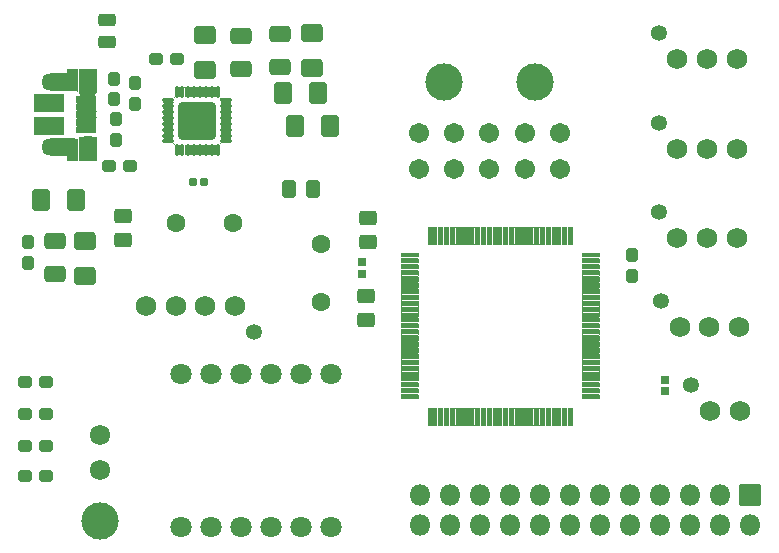
<source format=gts>
G04 #@! TF.GenerationSoftware,KiCad,Pcbnew,(6.0.7)*
G04 #@! TF.CreationDate,2022-12-18T06:42:30+05:30*
G04 #@! TF.ProjectId,MicrocontrollerPcb,4d696372-6f63-46f6-9e74-726f6c6c6572,rev?*
G04 #@! TF.SameCoordinates,Original*
G04 #@! TF.FileFunction,Soldermask,Top*
G04 #@! TF.FilePolarity,Negative*
%FSLAX46Y46*%
G04 Gerber Fmt 4.6, Leading zero omitted, Abs format (unit mm)*
G04 Created by KiCad (PCBNEW (6.0.7)) date 2022-12-18 06:42:30*
%MOMM*%
%LPD*%
G01*
G04 APERTURE LIST*
G04 Aperture macros list*
%AMRoundRect*
0 Rectangle with rounded corners*
0 $1 Rounding radius*
0 $2 $3 $4 $5 $6 $7 $8 $9 X,Y pos of 4 corners*
0 Add a 4 corners polygon primitive as box body*
4,1,4,$2,$3,$4,$5,$6,$7,$8,$9,$2,$3,0*
0 Add four circle primitives for the rounded corners*
1,1,$1+$1,$2,$3*
1,1,$1+$1,$4,$5*
1,1,$1+$1,$6,$7*
1,1,$1+$1,$8,$9*
0 Add four rect primitives between the rounded corners*
20,1,$1+$1,$2,$3,$4,$5,0*
20,1,$1+$1,$4,$5,$6,$7,0*
20,1,$1+$1,$6,$7,$8,$9,0*
20,1,$1+$1,$8,$9,$2,$3,0*%
G04 Aperture macros list end*
%ADD10RoundRect,0.051000X-0.850000X0.850000X-0.850000X-0.850000X0.850000X-0.850000X0.850000X0.850000X0*%
%ADD11O,1.802000X1.802000*%
%ADD12C,1.602000*%
%ADD13RoundRect,0.301001X0.462499X0.624999X-0.462499X0.624999X-0.462499X-0.624999X0.462499X-0.624999X0*%
%ADD14RoundRect,0.288500X-0.287500X-0.237500X0.287500X-0.237500X0.287500X0.237500X-0.287500X0.237500X0*%
%ADD15RoundRect,0.288500X0.287500X0.237500X-0.287500X0.237500X-0.287500X-0.237500X0.287500X-0.237500X0*%
%ADD16RoundRect,0.288500X0.237500X-0.287500X0.237500X0.287500X-0.237500X0.287500X-0.237500X-0.287500X0*%
%ADD17RoundRect,0.301000X0.450000X-0.325000X0.450000X0.325000X-0.450000X0.325000X-0.450000X-0.325000X0*%
%ADD18RoundRect,0.301000X-0.325000X-0.450000X0.325000X-0.450000X0.325000X0.450000X-0.325000X0.450000X0*%
%ADD19RoundRect,0.301000X-0.450000X0.325000X-0.450000X-0.325000X0.450000X-0.325000X0.450000X0.325000X0*%
%ADD20RoundRect,0.051000X-1.000000X0.675000X-1.000000X-0.675000X1.000000X-0.675000X1.000000X0.675000X0*%
%ADD21RoundRect,0.051000X-0.350000X0.912500X-0.350000X-0.912500X0.350000X-0.912500X0.350000X0.912500X0*%
%ADD22RoundRect,0.051000X-0.750000X1.000000X-0.750000X-1.000000X0.750000X-1.000000X0.750000X1.000000X0*%
%ADD23RoundRect,0.051000X-0.825000X-0.200000X0.825000X-0.200000X0.825000X0.200000X-0.825000X0.200000X0*%
%ADD24O,1.602000X1.202000*%
%ADD25O,1.802000X1.452000*%
%ADD26RoundRect,0.051000X-1.250000X-0.715000X1.250000X-0.715000X1.250000X0.715000X-1.250000X0.715000X0*%
%ADD27RoundRect,0.301000X0.625000X-0.375000X0.625000X0.375000X-0.625000X0.375000X-0.625000X-0.375000X0*%
%ADD28C,1.752000*%
%ADD29C,1.352000*%
%ADD30C,3.152000*%
%ADD31C,1.707000*%
%ADD32C,1.802000*%
%ADD33C,1.722000*%
%ADD34RoundRect,0.300999X1.300001X-1.300001X1.300001X1.300001X-1.300001X1.300001X-1.300001X-1.300001X0*%
%ADD35RoundRect,0.113500X0.062500X-0.375000X0.062500X0.375000X-0.062500X0.375000X-0.062500X-0.375000X0*%
%ADD36RoundRect,0.113500X0.375000X-0.062500X0.375000X0.062500X-0.375000X0.062500X-0.375000X-0.062500X0*%
%ADD37RoundRect,0.126000X-0.075000X0.662500X-0.075000X-0.662500X0.075000X-0.662500X0.075000X0.662500X0*%
%ADD38RoundRect,0.126000X-0.662500X0.075000X-0.662500X-0.075000X0.662500X-0.075000X0.662500X0.075000X0*%
%ADD39RoundRect,0.198500X-0.172500X0.147500X-0.172500X-0.147500X0.172500X-0.147500X0.172500X0.147500X0*%
%ADD40RoundRect,0.198500X-0.147500X-0.172500X0.147500X-0.172500X0.147500X0.172500X-0.147500X0.172500X0*%
%ADD41RoundRect,0.198500X0.172500X-0.147500X0.172500X0.147500X-0.172500X0.147500X-0.172500X-0.147500X0*%
%ADD42RoundRect,0.294750X-0.456250X0.243750X-0.456250X-0.243750X0.456250X-0.243750X0.456250X0.243750X0*%
%ADD43RoundRect,0.301001X-0.624999X0.462499X-0.624999X-0.462499X0.624999X-0.462499X0.624999X0.462499X0*%
%ADD44RoundRect,0.301001X0.624999X-0.462499X0.624999X0.462499X-0.624999X0.462499X-0.624999X-0.462499X0*%
G04 APERTURE END LIST*
D10*
X206170000Y-106980000D03*
D11*
X206170000Y-109520000D03*
X203630000Y-106980000D03*
X203630000Y-109520000D03*
X201090000Y-106980000D03*
X201090000Y-109520000D03*
X198550000Y-106980000D03*
X198550000Y-109520000D03*
X196010000Y-106980000D03*
X196010000Y-109520000D03*
X193470000Y-106980000D03*
X193470000Y-109520000D03*
X190930000Y-106980000D03*
X190930000Y-109520000D03*
X188390000Y-106980000D03*
X188390000Y-109520000D03*
X185850000Y-106980000D03*
X185850000Y-109520000D03*
X183310000Y-106980000D03*
X183310000Y-109520000D03*
X180770000Y-106980000D03*
X180770000Y-109520000D03*
X178230000Y-106980000D03*
X178230000Y-109520000D03*
D12*
X169850000Y-85760000D03*
X169850000Y-90640000D03*
D13*
X149077500Y-81990000D03*
X146102500Y-81990000D03*
D14*
X144780000Y-102870000D03*
X146530000Y-102870000D03*
D15*
X155855000Y-70100000D03*
X157605000Y-70100000D03*
D16*
X196130000Y-88435000D03*
X196130000Y-86685000D03*
D14*
X146535000Y-100180000D03*
X144785000Y-100180000D03*
X144785000Y-97450000D03*
X146535000Y-97450000D03*
X146530000Y-105410000D03*
X144780000Y-105410000D03*
D16*
X145020000Y-87325000D03*
X145020000Y-85575000D03*
D17*
X173660000Y-92215000D03*
X173660000Y-90165000D03*
D18*
X169125000Y-81120000D03*
X167075000Y-81120000D03*
D19*
X153020000Y-83345000D03*
X153020000Y-85395000D03*
D17*
X173790000Y-83555000D03*
X173790000Y-85605000D03*
D20*
X148005000Y-77535000D03*
X148005000Y-72055000D03*
D21*
X148755000Y-71835000D03*
X148755000Y-77785000D03*
D22*
X150055000Y-71935000D03*
X150075000Y-77685000D03*
D23*
X149955000Y-73485000D03*
X149955000Y-74135000D03*
X149955000Y-74785000D03*
X149955000Y-75435000D03*
X149955000Y-76085000D03*
D24*
X150075000Y-72365000D03*
X150075000Y-77205000D03*
D25*
X147075000Y-72055000D03*
X147075000Y-77515000D03*
D26*
X146805000Y-73825000D03*
X146805000Y-75745000D03*
D12*
X157509857Y-83959115D03*
X162389857Y-83959115D03*
D27*
X147300000Y-88330000D03*
X147300000Y-85530000D03*
X163020000Y-68170000D03*
X163020000Y-70970000D03*
X166360000Y-70790000D03*
X166360000Y-67990000D03*
D28*
X200170000Y-92750000D03*
X202670000Y-92750000D03*
X205170000Y-92750000D03*
D29*
X198570000Y-90550000D03*
X198390000Y-83040000D03*
D28*
X204990000Y-85240000D03*
X202490000Y-85240000D03*
X199990000Y-85240000D03*
X199990000Y-70060000D03*
X202490000Y-70060000D03*
X204990000Y-70060000D03*
D29*
X198390000Y-67860000D03*
X198390000Y-75480000D03*
D28*
X204990000Y-77680000D03*
X202490000Y-77680000D03*
X199990000Y-77680000D03*
D30*
X180220000Y-72060000D03*
X187920000Y-72060000D03*
D31*
X190070000Y-79380000D03*
X187070000Y-79380000D03*
X184070000Y-79380000D03*
X181070000Y-79380000D03*
X178070000Y-79380000D03*
X190070000Y-76380000D03*
X187070000Y-76380000D03*
X184070000Y-76380000D03*
X181070000Y-76380000D03*
X178070000Y-76380000D03*
D32*
X170680000Y-109750000D03*
X168140000Y-109750000D03*
X163060000Y-109750000D03*
X165600000Y-109750000D03*
X157980000Y-109750000D03*
X160520000Y-109750000D03*
X160520000Y-96750000D03*
X157980000Y-96750000D03*
X165600000Y-96750000D03*
X163060000Y-96750000D03*
X168140000Y-96750000D03*
X170680000Y-96750000D03*
D29*
X201150000Y-97710000D03*
D28*
X205250000Y-99910000D03*
X202750000Y-99910000D03*
D29*
X164100000Y-93230000D03*
D28*
X155000000Y-91030000D03*
X157500000Y-91030000D03*
X160000000Y-91030000D03*
X162500000Y-91030000D03*
D33*
X151130000Y-104900000D03*
X151130000Y-101900000D03*
D30*
X151130000Y-109220000D03*
D34*
X159330000Y-75320000D03*
D35*
X157580000Y-77757500D03*
X158080000Y-77757500D03*
X158580000Y-77757500D03*
X159080000Y-77757500D03*
X159580000Y-77757500D03*
X160080000Y-77757500D03*
X160580000Y-77757500D03*
X161080000Y-77757500D03*
D36*
X161767500Y-77070000D03*
X161767500Y-76570000D03*
X161767500Y-76070000D03*
X161767500Y-75570000D03*
X161767500Y-75070000D03*
X161767500Y-74570000D03*
X161767500Y-74070000D03*
X161767500Y-73570000D03*
D35*
X161080000Y-72882500D03*
X160580000Y-72882500D03*
X160080000Y-72882500D03*
X159580000Y-72882500D03*
X159080000Y-72882500D03*
X158580000Y-72882500D03*
X158080000Y-72882500D03*
X157580000Y-72882500D03*
D36*
X156892500Y-73570000D03*
X156892500Y-74070000D03*
X156892500Y-74570000D03*
X156892500Y-75070000D03*
X156892500Y-75570000D03*
X156892500Y-76070000D03*
X156892500Y-76570000D03*
X156892500Y-77070000D03*
D37*
X191000000Y-85057500D03*
X190500000Y-85057500D03*
X190000000Y-85057500D03*
X189500000Y-85057500D03*
X189000000Y-85057500D03*
X188500000Y-85057500D03*
X188000000Y-85057500D03*
X187500000Y-85057500D03*
X187000000Y-85057500D03*
X186500000Y-85057500D03*
X186000000Y-85057500D03*
X185500000Y-85057500D03*
X185000000Y-85057500D03*
X184500000Y-85057500D03*
X184000000Y-85057500D03*
X183500000Y-85057500D03*
X183000000Y-85057500D03*
X182500000Y-85057500D03*
X182000000Y-85057500D03*
X181500000Y-85057500D03*
X181000000Y-85057500D03*
X180500000Y-85057500D03*
X180000000Y-85057500D03*
X179500000Y-85057500D03*
X179000000Y-85057500D03*
D38*
X177337500Y-86720000D03*
X177337500Y-87220000D03*
X177337500Y-87720000D03*
X177337500Y-88220000D03*
X177337500Y-88720000D03*
X177337500Y-89220000D03*
X177337500Y-89720000D03*
X177337500Y-90220000D03*
X177337500Y-90720000D03*
X177337500Y-91220000D03*
X177337500Y-91720000D03*
X177337500Y-92220000D03*
X177337500Y-92720000D03*
X177337500Y-93220000D03*
X177337500Y-93720000D03*
X177337500Y-94220000D03*
X177337500Y-94720000D03*
X177337500Y-95220000D03*
X177337500Y-95720000D03*
X177337500Y-96220000D03*
X177337500Y-96720000D03*
X177337500Y-97220000D03*
X177337500Y-97720000D03*
X177337500Y-98220000D03*
X177337500Y-98720000D03*
D37*
X179000000Y-100382500D03*
X179500000Y-100382500D03*
X180000000Y-100382500D03*
X180500000Y-100382500D03*
X181000000Y-100382500D03*
X181500000Y-100382500D03*
X182000000Y-100382500D03*
X182500000Y-100382500D03*
X183000000Y-100382500D03*
X183500000Y-100382500D03*
X184000000Y-100382500D03*
X184500000Y-100382500D03*
X185000000Y-100382500D03*
X185500000Y-100382500D03*
X186000000Y-100382500D03*
X186500000Y-100382500D03*
X187000000Y-100382500D03*
X187500000Y-100382500D03*
X188000000Y-100382500D03*
X188500000Y-100382500D03*
X189000000Y-100382500D03*
X189500000Y-100382500D03*
X190000000Y-100382500D03*
X190500000Y-100382500D03*
X191000000Y-100382500D03*
D38*
X192662500Y-98720000D03*
X192662500Y-98220000D03*
X192662500Y-97720000D03*
X192662500Y-97220000D03*
X192662500Y-96720000D03*
X192662500Y-96220000D03*
X192662500Y-95720000D03*
X192662500Y-95220000D03*
X192662500Y-94720000D03*
X192662500Y-94220000D03*
X192662500Y-93720000D03*
X192662500Y-93220000D03*
X192662500Y-92720000D03*
X192662500Y-92220000D03*
X192662500Y-91720000D03*
X192662500Y-91220000D03*
X192662500Y-90720000D03*
X192662500Y-90220000D03*
X192662500Y-89720000D03*
X192662500Y-89220000D03*
X192662500Y-88720000D03*
X192662500Y-88220000D03*
X192662500Y-87720000D03*
X192662500Y-87220000D03*
X192662500Y-86720000D03*
D39*
X198910000Y-98210000D03*
X198910000Y-97240000D03*
D40*
X158955000Y-80490000D03*
X159925000Y-80490000D03*
D41*
X173320000Y-87305000D03*
X173320000Y-88275000D03*
D16*
X152310000Y-71745000D03*
X152310000Y-73495000D03*
X152480000Y-76940000D03*
X152480000Y-75190000D03*
X154080000Y-72145000D03*
X154080000Y-73895000D03*
D15*
X153615000Y-79170000D03*
X151865000Y-79170000D03*
D42*
X151650000Y-66762500D03*
X151650000Y-68637500D03*
D43*
X159990000Y-68060000D03*
X159990000Y-71035000D03*
X169050000Y-70857500D03*
X169050000Y-67882500D03*
D44*
X149830000Y-88437500D03*
X149830000Y-85462500D03*
D13*
X167592500Y-75770000D03*
X170567500Y-75770000D03*
X169537500Y-73000000D03*
X166562500Y-73000000D03*
G36*
X189668693Y-99634460D02*
G01*
X189681425Y-99642967D01*
X189747789Y-99663747D01*
X189818589Y-99642958D01*
X189831307Y-99634460D01*
X189833303Y-99634329D01*
X189834414Y-99635992D01*
X189834081Y-99637234D01*
X189810476Y-99672561D01*
X189801000Y-99720199D01*
X189801000Y-101044801D01*
X189810476Y-101092439D01*
X189834081Y-101127766D01*
X189834212Y-101129762D01*
X189832549Y-101130873D01*
X189831307Y-101130540D01*
X189818575Y-101122033D01*
X189752211Y-101101253D01*
X189681411Y-101122042D01*
X189668693Y-101130540D01*
X189666697Y-101130671D01*
X189665586Y-101129008D01*
X189665919Y-101127766D01*
X189689524Y-101092439D01*
X189699000Y-101044801D01*
X189699000Y-99720199D01*
X189689524Y-99672561D01*
X189665919Y-99637234D01*
X189665788Y-99635238D01*
X189667451Y-99634127D01*
X189668693Y-99634460D01*
G37*
G36*
X188168693Y-99634460D02*
G01*
X188181425Y-99642967D01*
X188247789Y-99663747D01*
X188318589Y-99642958D01*
X188331307Y-99634460D01*
X188333303Y-99634329D01*
X188334414Y-99635992D01*
X188334081Y-99637234D01*
X188310476Y-99672561D01*
X188301000Y-99720199D01*
X188301000Y-101044801D01*
X188310476Y-101092439D01*
X188334081Y-101127766D01*
X188334212Y-101129762D01*
X188332549Y-101130873D01*
X188331307Y-101130540D01*
X188318575Y-101122033D01*
X188252211Y-101101253D01*
X188181411Y-101122042D01*
X188168693Y-101130540D01*
X188166697Y-101130671D01*
X188165586Y-101129008D01*
X188165919Y-101127766D01*
X188189524Y-101092439D01*
X188199000Y-101044801D01*
X188199000Y-99720199D01*
X188189524Y-99672561D01*
X188165919Y-99637234D01*
X188165788Y-99635238D01*
X188167451Y-99634127D01*
X188168693Y-99634460D01*
G37*
G36*
X185668693Y-99634460D02*
G01*
X185681425Y-99642967D01*
X185747789Y-99663747D01*
X185818589Y-99642958D01*
X185831307Y-99634460D01*
X185833303Y-99634329D01*
X185834414Y-99635992D01*
X185834081Y-99637234D01*
X185810476Y-99672561D01*
X185801000Y-99720199D01*
X185801000Y-101044801D01*
X185810476Y-101092439D01*
X185834081Y-101127766D01*
X185834212Y-101129762D01*
X185832549Y-101130873D01*
X185831307Y-101130540D01*
X185818575Y-101122033D01*
X185752211Y-101101253D01*
X185681411Y-101122042D01*
X185668693Y-101130540D01*
X185666697Y-101130671D01*
X185665586Y-101129008D01*
X185665919Y-101127766D01*
X185689524Y-101092439D01*
X185699000Y-101044801D01*
X185699000Y-99720199D01*
X185689524Y-99672561D01*
X185665919Y-99637234D01*
X185665788Y-99635238D01*
X185667451Y-99634127D01*
X185668693Y-99634460D01*
G37*
G36*
X190168693Y-99634460D02*
G01*
X190181425Y-99642967D01*
X190247789Y-99663747D01*
X190318589Y-99642958D01*
X190331307Y-99634460D01*
X190333303Y-99634329D01*
X190334414Y-99635992D01*
X190334081Y-99637234D01*
X190310476Y-99672561D01*
X190301000Y-99720199D01*
X190301000Y-101044801D01*
X190310476Y-101092439D01*
X190334081Y-101127766D01*
X190334212Y-101129762D01*
X190332549Y-101130873D01*
X190331307Y-101130540D01*
X190318575Y-101122033D01*
X190252211Y-101101253D01*
X190181411Y-101122042D01*
X190168693Y-101130540D01*
X190166697Y-101130671D01*
X190165586Y-101129008D01*
X190165919Y-101127766D01*
X190189524Y-101092439D01*
X190199000Y-101044801D01*
X190199000Y-99720199D01*
X190189524Y-99672561D01*
X190165919Y-99637234D01*
X190165788Y-99635238D01*
X190167451Y-99634127D01*
X190168693Y-99634460D01*
G37*
G36*
X188668693Y-99634460D02*
G01*
X188681425Y-99642967D01*
X188747789Y-99663747D01*
X188818589Y-99642958D01*
X188831307Y-99634460D01*
X188833303Y-99634329D01*
X188834414Y-99635992D01*
X188834081Y-99637234D01*
X188810476Y-99672561D01*
X188801000Y-99720199D01*
X188801000Y-101044801D01*
X188810476Y-101092439D01*
X188834081Y-101127766D01*
X188834212Y-101129762D01*
X188832549Y-101130873D01*
X188831307Y-101130540D01*
X188818575Y-101122033D01*
X188752211Y-101101253D01*
X188681411Y-101122042D01*
X188668693Y-101130540D01*
X188666697Y-101130671D01*
X188665586Y-101129008D01*
X188665919Y-101127766D01*
X188689524Y-101092439D01*
X188699000Y-101044801D01*
X188699000Y-99720199D01*
X188689524Y-99672561D01*
X188665919Y-99637234D01*
X188665788Y-99635238D01*
X188667451Y-99634127D01*
X188668693Y-99634460D01*
G37*
G36*
X179168693Y-99634460D02*
G01*
X179181425Y-99642967D01*
X179247789Y-99663747D01*
X179318589Y-99642958D01*
X179331307Y-99634460D01*
X179333303Y-99634329D01*
X179334414Y-99635992D01*
X179334081Y-99637234D01*
X179310476Y-99672561D01*
X179301000Y-99720199D01*
X179301000Y-101044801D01*
X179310476Y-101092439D01*
X179334081Y-101127766D01*
X179334212Y-101129762D01*
X179332549Y-101130873D01*
X179331307Y-101130540D01*
X179318575Y-101122033D01*
X179252211Y-101101253D01*
X179181411Y-101122042D01*
X179168693Y-101130540D01*
X179166697Y-101130671D01*
X179165586Y-101129008D01*
X179165919Y-101127766D01*
X179189524Y-101092439D01*
X179199000Y-101044801D01*
X179199000Y-99720199D01*
X179189524Y-99672561D01*
X179165919Y-99637234D01*
X179165788Y-99635238D01*
X179167451Y-99634127D01*
X179168693Y-99634460D01*
G37*
G36*
X184168693Y-99634460D02*
G01*
X184181425Y-99642967D01*
X184247789Y-99663747D01*
X184318589Y-99642958D01*
X184331307Y-99634460D01*
X184333303Y-99634329D01*
X184334414Y-99635992D01*
X184334081Y-99637234D01*
X184310476Y-99672561D01*
X184301000Y-99720199D01*
X184301000Y-101044801D01*
X184310476Y-101092439D01*
X184334081Y-101127766D01*
X184334212Y-101129762D01*
X184332549Y-101130873D01*
X184331307Y-101130540D01*
X184318575Y-101122033D01*
X184252211Y-101101253D01*
X184181411Y-101122042D01*
X184168693Y-101130540D01*
X184166697Y-101130671D01*
X184165586Y-101129008D01*
X184165919Y-101127766D01*
X184189524Y-101092439D01*
X184199000Y-101044801D01*
X184199000Y-99720199D01*
X184189524Y-99672561D01*
X184165919Y-99637234D01*
X184165788Y-99635238D01*
X184167451Y-99634127D01*
X184168693Y-99634460D01*
G37*
G36*
X183168693Y-99634460D02*
G01*
X183181425Y-99642967D01*
X183247789Y-99663747D01*
X183318589Y-99642958D01*
X183331307Y-99634460D01*
X183333303Y-99634329D01*
X183334414Y-99635992D01*
X183334081Y-99637234D01*
X183310476Y-99672561D01*
X183301000Y-99720199D01*
X183301000Y-101044801D01*
X183310476Y-101092439D01*
X183334081Y-101127766D01*
X183334212Y-101129762D01*
X183332549Y-101130873D01*
X183331307Y-101130540D01*
X183318575Y-101122033D01*
X183252211Y-101101253D01*
X183181411Y-101122042D01*
X183168693Y-101130540D01*
X183166697Y-101130671D01*
X183165586Y-101129008D01*
X183165919Y-101127766D01*
X183189524Y-101092439D01*
X183199000Y-101044801D01*
X183199000Y-99720199D01*
X183189524Y-99672561D01*
X183165919Y-99637234D01*
X183165788Y-99635238D01*
X183167451Y-99634127D01*
X183168693Y-99634460D01*
G37*
G36*
X184668693Y-99634460D02*
G01*
X184681425Y-99642967D01*
X184747789Y-99663747D01*
X184818589Y-99642958D01*
X184831307Y-99634460D01*
X184833303Y-99634329D01*
X184834414Y-99635992D01*
X184834081Y-99637234D01*
X184810476Y-99672561D01*
X184801000Y-99720199D01*
X184801000Y-101044801D01*
X184810476Y-101092439D01*
X184834081Y-101127766D01*
X184834212Y-101129762D01*
X184832549Y-101130873D01*
X184831307Y-101130540D01*
X184818575Y-101122033D01*
X184752211Y-101101253D01*
X184681411Y-101122042D01*
X184668693Y-101130540D01*
X184666697Y-101130671D01*
X184665586Y-101129008D01*
X184665919Y-101127766D01*
X184689524Y-101092439D01*
X184699000Y-101044801D01*
X184699000Y-99720199D01*
X184689524Y-99672561D01*
X184665919Y-99637234D01*
X184665788Y-99635238D01*
X184667451Y-99634127D01*
X184668693Y-99634460D01*
G37*
G36*
X187668693Y-99634460D02*
G01*
X187681425Y-99642967D01*
X187747789Y-99663747D01*
X187818589Y-99642958D01*
X187831307Y-99634460D01*
X187833303Y-99634329D01*
X187834414Y-99635992D01*
X187834081Y-99637234D01*
X187810476Y-99672561D01*
X187801000Y-99720199D01*
X187801000Y-101044801D01*
X187810476Y-101092439D01*
X187834081Y-101127766D01*
X187834212Y-101129762D01*
X187832549Y-101130873D01*
X187831307Y-101130540D01*
X187818575Y-101122033D01*
X187752211Y-101101253D01*
X187681411Y-101122042D01*
X187668693Y-101130540D01*
X187666697Y-101130671D01*
X187665586Y-101129008D01*
X187665919Y-101127766D01*
X187689524Y-101092439D01*
X187699000Y-101044801D01*
X187699000Y-99720199D01*
X187689524Y-99672561D01*
X187665919Y-99637234D01*
X187665788Y-99635238D01*
X187667451Y-99634127D01*
X187668693Y-99634460D01*
G37*
G36*
X181668693Y-99634460D02*
G01*
X181681425Y-99642967D01*
X181747789Y-99663747D01*
X181818589Y-99642958D01*
X181831307Y-99634460D01*
X181833303Y-99634329D01*
X181834414Y-99635992D01*
X181834081Y-99637234D01*
X181810476Y-99672561D01*
X181801000Y-99720199D01*
X181801000Y-101044801D01*
X181810476Y-101092439D01*
X181834081Y-101127766D01*
X181834212Y-101129762D01*
X181832549Y-101130873D01*
X181831307Y-101130540D01*
X181818575Y-101122033D01*
X181752211Y-101101253D01*
X181681411Y-101122042D01*
X181668693Y-101130540D01*
X181666697Y-101130671D01*
X181665586Y-101129008D01*
X181665919Y-101127766D01*
X181689524Y-101092439D01*
X181699000Y-101044801D01*
X181699000Y-99720199D01*
X181689524Y-99672561D01*
X181665919Y-99637234D01*
X181665788Y-99635238D01*
X181667451Y-99634127D01*
X181668693Y-99634460D01*
G37*
G36*
X190668693Y-99634460D02*
G01*
X190681425Y-99642967D01*
X190747789Y-99663747D01*
X190818589Y-99642958D01*
X190831307Y-99634460D01*
X190833303Y-99634329D01*
X190834414Y-99635992D01*
X190834081Y-99637234D01*
X190810476Y-99672561D01*
X190801000Y-99720199D01*
X190801000Y-101044801D01*
X190810476Y-101092439D01*
X190834081Y-101127766D01*
X190834212Y-101129762D01*
X190832549Y-101130873D01*
X190831307Y-101130540D01*
X190818575Y-101122033D01*
X190752211Y-101101253D01*
X190681411Y-101122042D01*
X190668693Y-101130540D01*
X190666697Y-101130671D01*
X190665586Y-101129008D01*
X190665919Y-101127766D01*
X190689524Y-101092439D01*
X190699000Y-101044801D01*
X190699000Y-99720199D01*
X190689524Y-99672561D01*
X190665919Y-99637234D01*
X190665788Y-99635238D01*
X190667451Y-99634127D01*
X190668693Y-99634460D01*
G37*
G36*
X186668693Y-99634460D02*
G01*
X186681425Y-99642967D01*
X186747789Y-99663747D01*
X186818589Y-99642958D01*
X186831307Y-99634460D01*
X186833303Y-99634329D01*
X186834414Y-99635992D01*
X186834081Y-99637234D01*
X186810476Y-99672561D01*
X186801000Y-99720199D01*
X186801000Y-101044801D01*
X186810476Y-101092439D01*
X186834081Y-101127766D01*
X186834212Y-101129762D01*
X186832549Y-101130873D01*
X186831307Y-101130540D01*
X186818575Y-101122033D01*
X186752211Y-101101253D01*
X186681411Y-101122042D01*
X186668693Y-101130540D01*
X186666697Y-101130671D01*
X186665586Y-101129008D01*
X186665919Y-101127766D01*
X186689524Y-101092439D01*
X186699000Y-101044801D01*
X186699000Y-99720199D01*
X186689524Y-99672561D01*
X186665919Y-99637234D01*
X186665788Y-99635238D01*
X186667451Y-99634127D01*
X186668693Y-99634460D01*
G37*
G36*
X180168693Y-99634460D02*
G01*
X180181425Y-99642967D01*
X180247789Y-99663747D01*
X180318589Y-99642958D01*
X180331307Y-99634460D01*
X180333303Y-99634329D01*
X180334414Y-99635992D01*
X180334081Y-99637234D01*
X180310476Y-99672561D01*
X180301000Y-99720199D01*
X180301000Y-101044801D01*
X180310476Y-101092439D01*
X180334081Y-101127766D01*
X180334212Y-101129762D01*
X180332549Y-101130873D01*
X180331307Y-101130540D01*
X180318575Y-101122033D01*
X180252211Y-101101253D01*
X180181411Y-101122042D01*
X180168693Y-101130540D01*
X180166697Y-101130671D01*
X180165586Y-101129008D01*
X180165919Y-101127766D01*
X180189524Y-101092439D01*
X180199000Y-101044801D01*
X180199000Y-99720199D01*
X180189524Y-99672561D01*
X180165919Y-99637234D01*
X180165788Y-99635238D01*
X180167451Y-99634127D01*
X180168693Y-99634460D01*
G37*
G36*
X186168693Y-99634460D02*
G01*
X186181425Y-99642967D01*
X186247789Y-99663747D01*
X186318589Y-99642958D01*
X186331307Y-99634460D01*
X186333303Y-99634329D01*
X186334414Y-99635992D01*
X186334081Y-99637234D01*
X186310476Y-99672561D01*
X186301000Y-99720199D01*
X186301000Y-101044801D01*
X186310476Y-101092439D01*
X186334081Y-101127766D01*
X186334212Y-101129762D01*
X186332549Y-101130873D01*
X186331307Y-101130540D01*
X186318575Y-101122033D01*
X186252211Y-101101253D01*
X186181411Y-101122042D01*
X186168693Y-101130540D01*
X186166697Y-101130671D01*
X186165586Y-101129008D01*
X186165919Y-101127766D01*
X186189524Y-101092439D01*
X186199000Y-101044801D01*
X186199000Y-99720199D01*
X186189524Y-99672561D01*
X186165919Y-99637234D01*
X186165788Y-99635238D01*
X186167451Y-99634127D01*
X186168693Y-99634460D01*
G37*
G36*
X179668693Y-99634460D02*
G01*
X179681425Y-99642967D01*
X179747789Y-99663747D01*
X179818589Y-99642958D01*
X179831307Y-99634460D01*
X179833303Y-99634329D01*
X179834414Y-99635992D01*
X179834081Y-99637234D01*
X179810476Y-99672561D01*
X179801000Y-99720199D01*
X179801000Y-101044801D01*
X179810476Y-101092439D01*
X179834081Y-101127766D01*
X179834212Y-101129762D01*
X179832549Y-101130873D01*
X179831307Y-101130540D01*
X179818575Y-101122033D01*
X179752211Y-101101253D01*
X179681411Y-101122042D01*
X179668693Y-101130540D01*
X179666697Y-101130671D01*
X179665586Y-101129008D01*
X179665919Y-101127766D01*
X179689524Y-101092439D01*
X179699000Y-101044801D01*
X179699000Y-99720199D01*
X179689524Y-99672561D01*
X179665919Y-99637234D01*
X179665788Y-99635238D01*
X179667451Y-99634127D01*
X179668693Y-99634460D01*
G37*
G36*
X182668693Y-99634460D02*
G01*
X182681425Y-99642967D01*
X182747789Y-99663747D01*
X182818589Y-99642958D01*
X182831307Y-99634460D01*
X182833303Y-99634329D01*
X182834414Y-99635992D01*
X182834081Y-99637234D01*
X182810476Y-99672561D01*
X182801000Y-99720199D01*
X182801000Y-101044801D01*
X182810476Y-101092439D01*
X182834081Y-101127766D01*
X182834212Y-101129762D01*
X182832549Y-101130873D01*
X182831307Y-101130540D01*
X182818575Y-101122033D01*
X182752211Y-101101253D01*
X182681411Y-101122042D01*
X182668693Y-101130540D01*
X182666697Y-101130671D01*
X182665586Y-101129008D01*
X182665919Y-101127766D01*
X182689524Y-101092439D01*
X182699000Y-101044801D01*
X182699000Y-99720199D01*
X182689524Y-99672561D01*
X182665919Y-99637234D01*
X182665788Y-99635238D01*
X182667451Y-99634127D01*
X182668693Y-99634460D01*
G37*
G36*
X187168693Y-99634460D02*
G01*
X187181425Y-99642967D01*
X187247789Y-99663747D01*
X187318589Y-99642958D01*
X187331307Y-99634460D01*
X187333303Y-99634329D01*
X187334414Y-99635992D01*
X187334081Y-99637234D01*
X187310476Y-99672561D01*
X187301000Y-99720199D01*
X187301000Y-101044801D01*
X187310476Y-101092439D01*
X187334081Y-101127766D01*
X187334212Y-101129762D01*
X187332549Y-101130873D01*
X187331307Y-101130540D01*
X187318575Y-101122033D01*
X187252211Y-101101253D01*
X187181411Y-101122042D01*
X187168693Y-101130540D01*
X187166697Y-101130671D01*
X187165586Y-101129008D01*
X187165919Y-101127766D01*
X187189524Y-101092439D01*
X187199000Y-101044801D01*
X187199000Y-99720199D01*
X187189524Y-99672561D01*
X187165919Y-99637234D01*
X187165788Y-99635238D01*
X187167451Y-99634127D01*
X187168693Y-99634460D01*
G37*
G36*
X180668693Y-99634460D02*
G01*
X180681425Y-99642967D01*
X180747789Y-99663747D01*
X180818589Y-99642958D01*
X180831307Y-99634460D01*
X180833303Y-99634329D01*
X180834414Y-99635992D01*
X180834081Y-99637234D01*
X180810476Y-99672561D01*
X180801000Y-99720199D01*
X180801000Y-101044801D01*
X180810476Y-101092439D01*
X180834081Y-101127766D01*
X180834212Y-101129762D01*
X180832549Y-101130873D01*
X180831307Y-101130540D01*
X180818575Y-101122033D01*
X180752211Y-101101253D01*
X180681411Y-101122042D01*
X180668693Y-101130540D01*
X180666697Y-101130671D01*
X180665586Y-101129008D01*
X180665919Y-101127766D01*
X180689524Y-101092439D01*
X180699000Y-101044801D01*
X180699000Y-99720199D01*
X180689524Y-99672561D01*
X180665919Y-99637234D01*
X180665788Y-99635238D01*
X180667451Y-99634127D01*
X180668693Y-99634460D01*
G37*
G36*
X183668693Y-99634460D02*
G01*
X183681425Y-99642967D01*
X183747789Y-99663747D01*
X183818589Y-99642958D01*
X183831307Y-99634460D01*
X183833303Y-99634329D01*
X183834414Y-99635992D01*
X183834081Y-99637234D01*
X183810476Y-99672561D01*
X183801000Y-99720199D01*
X183801000Y-101044801D01*
X183810476Y-101092439D01*
X183834081Y-101127766D01*
X183834212Y-101129762D01*
X183832549Y-101130873D01*
X183831307Y-101130540D01*
X183818575Y-101122033D01*
X183752211Y-101101253D01*
X183681411Y-101122042D01*
X183668693Y-101130540D01*
X183666697Y-101130671D01*
X183665586Y-101129008D01*
X183665919Y-101127766D01*
X183689524Y-101092439D01*
X183699000Y-101044801D01*
X183699000Y-99720199D01*
X183689524Y-99672561D01*
X183665919Y-99637234D01*
X183665788Y-99635238D01*
X183667451Y-99634127D01*
X183668693Y-99634460D01*
G37*
G36*
X189168693Y-99634460D02*
G01*
X189181425Y-99642967D01*
X189247789Y-99663747D01*
X189318589Y-99642958D01*
X189331307Y-99634460D01*
X189333303Y-99634329D01*
X189334414Y-99635992D01*
X189334081Y-99637234D01*
X189310476Y-99672561D01*
X189301000Y-99720199D01*
X189301000Y-101044801D01*
X189310476Y-101092439D01*
X189334081Y-101127766D01*
X189334212Y-101129762D01*
X189332549Y-101130873D01*
X189331307Y-101130540D01*
X189318575Y-101122033D01*
X189252211Y-101101253D01*
X189181411Y-101122042D01*
X189168693Y-101130540D01*
X189166697Y-101130671D01*
X189165586Y-101129008D01*
X189165919Y-101127766D01*
X189189524Y-101092439D01*
X189199000Y-101044801D01*
X189199000Y-99720199D01*
X189189524Y-99672561D01*
X189165919Y-99637234D01*
X189165788Y-99635238D01*
X189167451Y-99634127D01*
X189168693Y-99634460D01*
G37*
G36*
X181168693Y-99634460D02*
G01*
X181181425Y-99642967D01*
X181247789Y-99663747D01*
X181318589Y-99642958D01*
X181331307Y-99634460D01*
X181333303Y-99634329D01*
X181334414Y-99635992D01*
X181334081Y-99637234D01*
X181310476Y-99672561D01*
X181301000Y-99720199D01*
X181301000Y-101044801D01*
X181310476Y-101092439D01*
X181334081Y-101127766D01*
X181334212Y-101129762D01*
X181332549Y-101130873D01*
X181331307Y-101130540D01*
X181318575Y-101122033D01*
X181252211Y-101101253D01*
X181181411Y-101122042D01*
X181168693Y-101130540D01*
X181166697Y-101130671D01*
X181165586Y-101129008D01*
X181165919Y-101127766D01*
X181189524Y-101092439D01*
X181199000Y-101044801D01*
X181199000Y-99720199D01*
X181189524Y-99672561D01*
X181165919Y-99637234D01*
X181165788Y-99635238D01*
X181167451Y-99634127D01*
X181168693Y-99634460D01*
G37*
G36*
X182168693Y-99634460D02*
G01*
X182181425Y-99642967D01*
X182247789Y-99663747D01*
X182318589Y-99642958D01*
X182331307Y-99634460D01*
X182333303Y-99634329D01*
X182334414Y-99635992D01*
X182334081Y-99637234D01*
X182310476Y-99672561D01*
X182301000Y-99720199D01*
X182301000Y-101044801D01*
X182310476Y-101092439D01*
X182334081Y-101127766D01*
X182334212Y-101129762D01*
X182332549Y-101130873D01*
X182331307Y-101130540D01*
X182318575Y-101122033D01*
X182252211Y-101101253D01*
X182181411Y-101122042D01*
X182168693Y-101130540D01*
X182166697Y-101130671D01*
X182165586Y-101129008D01*
X182165919Y-101127766D01*
X182189524Y-101092439D01*
X182199000Y-101044801D01*
X182199000Y-99720199D01*
X182189524Y-99672561D01*
X182165919Y-99637234D01*
X182165788Y-99635238D01*
X182167451Y-99634127D01*
X182168693Y-99634460D01*
G37*
G36*
X185168693Y-99634460D02*
G01*
X185181425Y-99642967D01*
X185247789Y-99663747D01*
X185318589Y-99642958D01*
X185331307Y-99634460D01*
X185333303Y-99634329D01*
X185334414Y-99635992D01*
X185334081Y-99637234D01*
X185310476Y-99672561D01*
X185301000Y-99720199D01*
X185301000Y-101044801D01*
X185310476Y-101092439D01*
X185334081Y-101127766D01*
X185334212Y-101129762D01*
X185332549Y-101130873D01*
X185331307Y-101130540D01*
X185318575Y-101122033D01*
X185252211Y-101101253D01*
X185181411Y-101122042D01*
X185168693Y-101130540D01*
X185166697Y-101130671D01*
X185165586Y-101129008D01*
X185165919Y-101127766D01*
X185189524Y-101092439D01*
X185199000Y-101044801D01*
X185199000Y-99720199D01*
X185189524Y-99672561D01*
X185165919Y-99637234D01*
X185165788Y-99635238D01*
X185167451Y-99634127D01*
X185168693Y-99634460D01*
G37*
G36*
X176592234Y-98385919D02*
G01*
X176627561Y-98409524D01*
X176675199Y-98419000D01*
X177999801Y-98419000D01*
X178047439Y-98409524D01*
X178082766Y-98385919D01*
X178084762Y-98385788D01*
X178085873Y-98387451D01*
X178085540Y-98388693D01*
X178077033Y-98401425D01*
X178056253Y-98467789D01*
X178077042Y-98538589D01*
X178085540Y-98551307D01*
X178085671Y-98553303D01*
X178084008Y-98554414D01*
X178082766Y-98554081D01*
X178047439Y-98530476D01*
X177999801Y-98521000D01*
X176675199Y-98521000D01*
X176627561Y-98530476D01*
X176592234Y-98554081D01*
X176590238Y-98554212D01*
X176589127Y-98552549D01*
X176589460Y-98551307D01*
X176597967Y-98538575D01*
X176618747Y-98472211D01*
X176597958Y-98401411D01*
X176589460Y-98388693D01*
X176589329Y-98386697D01*
X176590992Y-98385586D01*
X176592234Y-98385919D01*
G37*
G36*
X191917234Y-98385919D02*
G01*
X191952561Y-98409524D01*
X192000199Y-98419000D01*
X193324801Y-98419000D01*
X193372439Y-98409524D01*
X193407766Y-98385919D01*
X193409762Y-98385788D01*
X193410873Y-98387451D01*
X193410540Y-98388693D01*
X193402033Y-98401425D01*
X193381253Y-98467789D01*
X193402042Y-98538589D01*
X193410540Y-98551307D01*
X193410671Y-98553303D01*
X193409008Y-98554414D01*
X193407766Y-98554081D01*
X193372439Y-98530476D01*
X193324801Y-98521000D01*
X192000199Y-98521000D01*
X191952561Y-98530476D01*
X191917234Y-98554081D01*
X191915238Y-98554212D01*
X191914127Y-98552549D01*
X191914460Y-98551307D01*
X191922967Y-98538575D01*
X191943747Y-98472211D01*
X191922958Y-98401411D01*
X191914460Y-98388693D01*
X191914329Y-98386697D01*
X191915992Y-98385586D01*
X191917234Y-98385919D01*
G37*
G36*
X176592234Y-97885919D02*
G01*
X176627561Y-97909524D01*
X176675199Y-97919000D01*
X177999801Y-97919000D01*
X178047439Y-97909524D01*
X178082766Y-97885919D01*
X178084762Y-97885788D01*
X178085873Y-97887451D01*
X178085540Y-97888693D01*
X178077033Y-97901425D01*
X178056253Y-97967789D01*
X178077042Y-98038589D01*
X178085540Y-98051307D01*
X178085671Y-98053303D01*
X178084008Y-98054414D01*
X178082766Y-98054081D01*
X178047439Y-98030476D01*
X177999801Y-98021000D01*
X176675199Y-98021000D01*
X176627561Y-98030476D01*
X176592234Y-98054081D01*
X176590238Y-98054212D01*
X176589127Y-98052549D01*
X176589460Y-98051307D01*
X176597967Y-98038575D01*
X176618747Y-97972211D01*
X176597958Y-97901411D01*
X176589460Y-97888693D01*
X176589329Y-97886697D01*
X176590992Y-97885586D01*
X176592234Y-97885919D01*
G37*
G36*
X191917234Y-97885919D02*
G01*
X191952561Y-97909524D01*
X192000199Y-97919000D01*
X193324801Y-97919000D01*
X193372439Y-97909524D01*
X193407766Y-97885919D01*
X193409762Y-97885788D01*
X193410873Y-97887451D01*
X193410540Y-97888693D01*
X193402033Y-97901425D01*
X193381253Y-97967789D01*
X193402042Y-98038589D01*
X193410540Y-98051307D01*
X193410671Y-98053303D01*
X193409008Y-98054414D01*
X193407766Y-98054081D01*
X193372439Y-98030476D01*
X193324801Y-98021000D01*
X192000199Y-98021000D01*
X191952561Y-98030476D01*
X191917234Y-98054081D01*
X191915238Y-98054212D01*
X191914127Y-98052549D01*
X191914460Y-98051307D01*
X191922967Y-98038575D01*
X191943747Y-97972211D01*
X191922958Y-97901411D01*
X191914460Y-97888693D01*
X191914329Y-97886697D01*
X191915992Y-97885586D01*
X191917234Y-97885919D01*
G37*
G36*
X176592234Y-97385919D02*
G01*
X176627561Y-97409524D01*
X176675199Y-97419000D01*
X177999801Y-97419000D01*
X178047439Y-97409524D01*
X178082766Y-97385919D01*
X178084762Y-97385788D01*
X178085873Y-97387451D01*
X178085540Y-97388693D01*
X178077033Y-97401425D01*
X178056253Y-97467789D01*
X178077042Y-97538589D01*
X178085540Y-97551307D01*
X178085671Y-97553303D01*
X178084008Y-97554414D01*
X178082766Y-97554081D01*
X178047439Y-97530476D01*
X177999801Y-97521000D01*
X176675199Y-97521000D01*
X176627561Y-97530476D01*
X176592234Y-97554081D01*
X176590238Y-97554212D01*
X176589127Y-97552549D01*
X176589460Y-97551307D01*
X176597967Y-97538575D01*
X176618747Y-97472211D01*
X176597958Y-97401411D01*
X176589460Y-97388693D01*
X176589329Y-97386697D01*
X176590992Y-97385586D01*
X176592234Y-97385919D01*
G37*
G36*
X191917234Y-97385919D02*
G01*
X191952561Y-97409524D01*
X192000199Y-97419000D01*
X193324801Y-97419000D01*
X193372439Y-97409524D01*
X193407766Y-97385919D01*
X193409762Y-97385788D01*
X193410873Y-97387451D01*
X193410540Y-97388693D01*
X193402033Y-97401425D01*
X193381253Y-97467789D01*
X193402042Y-97538589D01*
X193410540Y-97551307D01*
X193410671Y-97553303D01*
X193409008Y-97554414D01*
X193407766Y-97554081D01*
X193372439Y-97530476D01*
X193324801Y-97521000D01*
X192000199Y-97521000D01*
X191952561Y-97530476D01*
X191917234Y-97554081D01*
X191915238Y-97554212D01*
X191914127Y-97552549D01*
X191914460Y-97551307D01*
X191922967Y-97538575D01*
X191943747Y-97472211D01*
X191922958Y-97401411D01*
X191914460Y-97388693D01*
X191914329Y-97386697D01*
X191915992Y-97385586D01*
X191917234Y-97385919D01*
G37*
G36*
X176592234Y-96885919D02*
G01*
X176627561Y-96909524D01*
X176675199Y-96919000D01*
X177999801Y-96919000D01*
X178047439Y-96909524D01*
X178082766Y-96885919D01*
X178084762Y-96885788D01*
X178085873Y-96887451D01*
X178085540Y-96888693D01*
X178077033Y-96901425D01*
X178056253Y-96967789D01*
X178077042Y-97038589D01*
X178085540Y-97051307D01*
X178085671Y-97053303D01*
X178084008Y-97054414D01*
X178082766Y-97054081D01*
X178047439Y-97030476D01*
X177999801Y-97021000D01*
X176675199Y-97021000D01*
X176627561Y-97030476D01*
X176592234Y-97054081D01*
X176590238Y-97054212D01*
X176589127Y-97052549D01*
X176589460Y-97051307D01*
X176597967Y-97038575D01*
X176618747Y-96972211D01*
X176597958Y-96901411D01*
X176589460Y-96888693D01*
X176589329Y-96886697D01*
X176590992Y-96885586D01*
X176592234Y-96885919D01*
G37*
G36*
X191917234Y-96885919D02*
G01*
X191952561Y-96909524D01*
X192000199Y-96919000D01*
X193324801Y-96919000D01*
X193372439Y-96909524D01*
X193407766Y-96885919D01*
X193409762Y-96885788D01*
X193410873Y-96887451D01*
X193410540Y-96888693D01*
X193402033Y-96901425D01*
X193381253Y-96967789D01*
X193402042Y-97038589D01*
X193410540Y-97051307D01*
X193410671Y-97053303D01*
X193409008Y-97054414D01*
X193407766Y-97054081D01*
X193372439Y-97030476D01*
X193324801Y-97021000D01*
X192000199Y-97021000D01*
X191952561Y-97030476D01*
X191917234Y-97054081D01*
X191915238Y-97054212D01*
X191914127Y-97052549D01*
X191914460Y-97051307D01*
X191922967Y-97038575D01*
X191943747Y-96972211D01*
X191922958Y-96901411D01*
X191914460Y-96888693D01*
X191914329Y-96886697D01*
X191915992Y-96885586D01*
X191917234Y-96885919D01*
G37*
G36*
X191917234Y-96385919D02*
G01*
X191952561Y-96409524D01*
X192000199Y-96419000D01*
X193324801Y-96419000D01*
X193372439Y-96409524D01*
X193407766Y-96385919D01*
X193409762Y-96385788D01*
X193410873Y-96387451D01*
X193410540Y-96388693D01*
X193402033Y-96401425D01*
X193381253Y-96467789D01*
X193402042Y-96538589D01*
X193410540Y-96551307D01*
X193410671Y-96553303D01*
X193409008Y-96554414D01*
X193407766Y-96554081D01*
X193372439Y-96530476D01*
X193324801Y-96521000D01*
X192000199Y-96521000D01*
X191952561Y-96530476D01*
X191917234Y-96554081D01*
X191915238Y-96554212D01*
X191914127Y-96552549D01*
X191914460Y-96551307D01*
X191922967Y-96538575D01*
X191943747Y-96472211D01*
X191922958Y-96401411D01*
X191914460Y-96388693D01*
X191914329Y-96386697D01*
X191915992Y-96385586D01*
X191917234Y-96385919D01*
G37*
G36*
X176592234Y-96385919D02*
G01*
X176627561Y-96409524D01*
X176675199Y-96419000D01*
X177999801Y-96419000D01*
X178047439Y-96409524D01*
X178082766Y-96385919D01*
X178084762Y-96385788D01*
X178085873Y-96387451D01*
X178085540Y-96388693D01*
X178077033Y-96401425D01*
X178056253Y-96467789D01*
X178077042Y-96538589D01*
X178085540Y-96551307D01*
X178085671Y-96553303D01*
X178084008Y-96554414D01*
X178082766Y-96554081D01*
X178047439Y-96530476D01*
X177999801Y-96521000D01*
X176675199Y-96521000D01*
X176627561Y-96530476D01*
X176592234Y-96554081D01*
X176590238Y-96554212D01*
X176589127Y-96552549D01*
X176589460Y-96551307D01*
X176597967Y-96538575D01*
X176618747Y-96472211D01*
X176597958Y-96401411D01*
X176589460Y-96388693D01*
X176589329Y-96386697D01*
X176590992Y-96385586D01*
X176592234Y-96385919D01*
G37*
G36*
X176592234Y-95885919D02*
G01*
X176627561Y-95909524D01*
X176675199Y-95919000D01*
X177999801Y-95919000D01*
X178047439Y-95909524D01*
X178082766Y-95885919D01*
X178084762Y-95885788D01*
X178085873Y-95887451D01*
X178085540Y-95888693D01*
X178077033Y-95901425D01*
X178056253Y-95967789D01*
X178077042Y-96038589D01*
X178085540Y-96051307D01*
X178085671Y-96053303D01*
X178084008Y-96054414D01*
X178082766Y-96054081D01*
X178047439Y-96030476D01*
X177999801Y-96021000D01*
X176675199Y-96021000D01*
X176627561Y-96030476D01*
X176592234Y-96054081D01*
X176590238Y-96054212D01*
X176589127Y-96052549D01*
X176589460Y-96051307D01*
X176597967Y-96038575D01*
X176618747Y-95972211D01*
X176597958Y-95901411D01*
X176589460Y-95888693D01*
X176589329Y-95886697D01*
X176590992Y-95885586D01*
X176592234Y-95885919D01*
G37*
G36*
X191917234Y-95885919D02*
G01*
X191952561Y-95909524D01*
X192000199Y-95919000D01*
X193324801Y-95919000D01*
X193372439Y-95909524D01*
X193407766Y-95885919D01*
X193409762Y-95885788D01*
X193410873Y-95887451D01*
X193410540Y-95888693D01*
X193402033Y-95901425D01*
X193381253Y-95967789D01*
X193402042Y-96038589D01*
X193410540Y-96051307D01*
X193410671Y-96053303D01*
X193409008Y-96054414D01*
X193407766Y-96054081D01*
X193372439Y-96030476D01*
X193324801Y-96021000D01*
X192000199Y-96021000D01*
X191952561Y-96030476D01*
X191917234Y-96054081D01*
X191915238Y-96054212D01*
X191914127Y-96052549D01*
X191914460Y-96051307D01*
X191922967Y-96038575D01*
X191943747Y-95972211D01*
X191922958Y-95901411D01*
X191914460Y-95888693D01*
X191914329Y-95886697D01*
X191915992Y-95885586D01*
X191917234Y-95885919D01*
G37*
G36*
X176592234Y-95385919D02*
G01*
X176627561Y-95409524D01*
X176675199Y-95419000D01*
X177999801Y-95419000D01*
X178047439Y-95409524D01*
X178082766Y-95385919D01*
X178084762Y-95385788D01*
X178085873Y-95387451D01*
X178085540Y-95388693D01*
X178077033Y-95401425D01*
X178056253Y-95467789D01*
X178077042Y-95538589D01*
X178085540Y-95551307D01*
X178085671Y-95553303D01*
X178084008Y-95554414D01*
X178082766Y-95554081D01*
X178047439Y-95530476D01*
X177999801Y-95521000D01*
X176675199Y-95521000D01*
X176627561Y-95530476D01*
X176592234Y-95554081D01*
X176590238Y-95554212D01*
X176589127Y-95552549D01*
X176589460Y-95551307D01*
X176597967Y-95538575D01*
X176618747Y-95472211D01*
X176597958Y-95401411D01*
X176589460Y-95388693D01*
X176589329Y-95386697D01*
X176590992Y-95385586D01*
X176592234Y-95385919D01*
G37*
G36*
X191917234Y-95385919D02*
G01*
X191952561Y-95409524D01*
X192000199Y-95419000D01*
X193324801Y-95419000D01*
X193372439Y-95409524D01*
X193407766Y-95385919D01*
X193409762Y-95385788D01*
X193410873Y-95387451D01*
X193410540Y-95388693D01*
X193402033Y-95401425D01*
X193381253Y-95467789D01*
X193402042Y-95538589D01*
X193410540Y-95551307D01*
X193410671Y-95553303D01*
X193409008Y-95554414D01*
X193407766Y-95554081D01*
X193372439Y-95530476D01*
X193324801Y-95521000D01*
X192000199Y-95521000D01*
X191952561Y-95530476D01*
X191917234Y-95554081D01*
X191915238Y-95554212D01*
X191914127Y-95552549D01*
X191914460Y-95551307D01*
X191922967Y-95538575D01*
X191943747Y-95472211D01*
X191922958Y-95401411D01*
X191914460Y-95388693D01*
X191914329Y-95386697D01*
X191915992Y-95385586D01*
X191917234Y-95385919D01*
G37*
G36*
X191917234Y-94885919D02*
G01*
X191952561Y-94909524D01*
X192000199Y-94919000D01*
X193324801Y-94919000D01*
X193372439Y-94909524D01*
X193407766Y-94885919D01*
X193409762Y-94885788D01*
X193410873Y-94887451D01*
X193410540Y-94888693D01*
X193402033Y-94901425D01*
X193381253Y-94967789D01*
X193402042Y-95038589D01*
X193410540Y-95051307D01*
X193410671Y-95053303D01*
X193409008Y-95054414D01*
X193407766Y-95054081D01*
X193372439Y-95030476D01*
X193324801Y-95021000D01*
X192000199Y-95021000D01*
X191952561Y-95030476D01*
X191917234Y-95054081D01*
X191915238Y-95054212D01*
X191914127Y-95052549D01*
X191914460Y-95051307D01*
X191922967Y-95038575D01*
X191943747Y-94972211D01*
X191922958Y-94901411D01*
X191914460Y-94888693D01*
X191914329Y-94886697D01*
X191915992Y-94885586D01*
X191917234Y-94885919D01*
G37*
G36*
X176592234Y-94885919D02*
G01*
X176627561Y-94909524D01*
X176675199Y-94919000D01*
X177999801Y-94919000D01*
X178047439Y-94909524D01*
X178082766Y-94885919D01*
X178084762Y-94885788D01*
X178085873Y-94887451D01*
X178085540Y-94888693D01*
X178077033Y-94901425D01*
X178056253Y-94967789D01*
X178077042Y-95038589D01*
X178085540Y-95051307D01*
X178085671Y-95053303D01*
X178084008Y-95054414D01*
X178082766Y-95054081D01*
X178047439Y-95030476D01*
X177999801Y-95021000D01*
X176675199Y-95021000D01*
X176627561Y-95030476D01*
X176592234Y-95054081D01*
X176590238Y-95054212D01*
X176589127Y-95052549D01*
X176589460Y-95051307D01*
X176597967Y-95038575D01*
X176618747Y-94972211D01*
X176597958Y-94901411D01*
X176589460Y-94888693D01*
X176589329Y-94886697D01*
X176590992Y-94885586D01*
X176592234Y-94885919D01*
G37*
G36*
X191917234Y-94385919D02*
G01*
X191952561Y-94409524D01*
X192000199Y-94419000D01*
X193324801Y-94419000D01*
X193372439Y-94409524D01*
X193407766Y-94385919D01*
X193409762Y-94385788D01*
X193410873Y-94387451D01*
X193410540Y-94388693D01*
X193402033Y-94401425D01*
X193381253Y-94467789D01*
X193402042Y-94538589D01*
X193410540Y-94551307D01*
X193410671Y-94553303D01*
X193409008Y-94554414D01*
X193407766Y-94554081D01*
X193372439Y-94530476D01*
X193324801Y-94521000D01*
X192000199Y-94521000D01*
X191952561Y-94530476D01*
X191917234Y-94554081D01*
X191915238Y-94554212D01*
X191914127Y-94552549D01*
X191914460Y-94551307D01*
X191922967Y-94538575D01*
X191943747Y-94472211D01*
X191922958Y-94401411D01*
X191914460Y-94388693D01*
X191914329Y-94386697D01*
X191915992Y-94385586D01*
X191917234Y-94385919D01*
G37*
G36*
X176592234Y-94385919D02*
G01*
X176627561Y-94409524D01*
X176675199Y-94419000D01*
X177999801Y-94419000D01*
X178047439Y-94409524D01*
X178082766Y-94385919D01*
X178084762Y-94385788D01*
X178085873Y-94387451D01*
X178085540Y-94388693D01*
X178077033Y-94401425D01*
X178056253Y-94467789D01*
X178077042Y-94538589D01*
X178085540Y-94551307D01*
X178085671Y-94553303D01*
X178084008Y-94554414D01*
X178082766Y-94554081D01*
X178047439Y-94530476D01*
X177999801Y-94521000D01*
X176675199Y-94521000D01*
X176627561Y-94530476D01*
X176592234Y-94554081D01*
X176590238Y-94554212D01*
X176589127Y-94552549D01*
X176589460Y-94551307D01*
X176597967Y-94538575D01*
X176618747Y-94472211D01*
X176597958Y-94401411D01*
X176589460Y-94388693D01*
X176589329Y-94386697D01*
X176590992Y-94385586D01*
X176592234Y-94385919D01*
G37*
G36*
X176592234Y-93885919D02*
G01*
X176627561Y-93909524D01*
X176675199Y-93919000D01*
X177999801Y-93919000D01*
X178047439Y-93909524D01*
X178082766Y-93885919D01*
X178084762Y-93885788D01*
X178085873Y-93887451D01*
X178085540Y-93888693D01*
X178077033Y-93901425D01*
X178056253Y-93967789D01*
X178077042Y-94038589D01*
X178085540Y-94051307D01*
X178085671Y-94053303D01*
X178084008Y-94054414D01*
X178082766Y-94054081D01*
X178047439Y-94030476D01*
X177999801Y-94021000D01*
X176675199Y-94021000D01*
X176627561Y-94030476D01*
X176592234Y-94054081D01*
X176590238Y-94054212D01*
X176589127Y-94052549D01*
X176589460Y-94051307D01*
X176597967Y-94038575D01*
X176618747Y-93972211D01*
X176597958Y-93901411D01*
X176589460Y-93888693D01*
X176589329Y-93886697D01*
X176590992Y-93885586D01*
X176592234Y-93885919D01*
G37*
G36*
X191917234Y-93885919D02*
G01*
X191952561Y-93909524D01*
X192000199Y-93919000D01*
X193324801Y-93919000D01*
X193372439Y-93909524D01*
X193407766Y-93885919D01*
X193409762Y-93885788D01*
X193410873Y-93887451D01*
X193410540Y-93888693D01*
X193402033Y-93901425D01*
X193381253Y-93967789D01*
X193402042Y-94038589D01*
X193410540Y-94051307D01*
X193410671Y-94053303D01*
X193409008Y-94054414D01*
X193407766Y-94054081D01*
X193372439Y-94030476D01*
X193324801Y-94021000D01*
X192000199Y-94021000D01*
X191952561Y-94030476D01*
X191917234Y-94054081D01*
X191915238Y-94054212D01*
X191914127Y-94052549D01*
X191914460Y-94051307D01*
X191922967Y-94038575D01*
X191943747Y-93972211D01*
X191922958Y-93901411D01*
X191914460Y-93888693D01*
X191914329Y-93886697D01*
X191915992Y-93885586D01*
X191917234Y-93885919D01*
G37*
G36*
X176592234Y-93385919D02*
G01*
X176627561Y-93409524D01*
X176675199Y-93419000D01*
X177999801Y-93419000D01*
X178047439Y-93409524D01*
X178082766Y-93385919D01*
X178084762Y-93385788D01*
X178085873Y-93387451D01*
X178085540Y-93388693D01*
X178077033Y-93401425D01*
X178056253Y-93467789D01*
X178077042Y-93538589D01*
X178085540Y-93551307D01*
X178085671Y-93553303D01*
X178084008Y-93554414D01*
X178082766Y-93554081D01*
X178047439Y-93530476D01*
X177999801Y-93521000D01*
X176675199Y-93521000D01*
X176627561Y-93530476D01*
X176592234Y-93554081D01*
X176590238Y-93554212D01*
X176589127Y-93552549D01*
X176589460Y-93551307D01*
X176597967Y-93538575D01*
X176618747Y-93472211D01*
X176597958Y-93401411D01*
X176589460Y-93388693D01*
X176589329Y-93386697D01*
X176590992Y-93385586D01*
X176592234Y-93385919D01*
G37*
G36*
X191917234Y-93385919D02*
G01*
X191952561Y-93409524D01*
X192000199Y-93419000D01*
X193324801Y-93419000D01*
X193372439Y-93409524D01*
X193407766Y-93385919D01*
X193409762Y-93385788D01*
X193410873Y-93387451D01*
X193410540Y-93388693D01*
X193402033Y-93401425D01*
X193381253Y-93467789D01*
X193402042Y-93538589D01*
X193410540Y-93551307D01*
X193410671Y-93553303D01*
X193409008Y-93554414D01*
X193407766Y-93554081D01*
X193372439Y-93530476D01*
X193324801Y-93521000D01*
X192000199Y-93521000D01*
X191952561Y-93530476D01*
X191917234Y-93554081D01*
X191915238Y-93554212D01*
X191914127Y-93552549D01*
X191914460Y-93551307D01*
X191922967Y-93538575D01*
X191943747Y-93472211D01*
X191922958Y-93401411D01*
X191914460Y-93388693D01*
X191914329Y-93386697D01*
X191915992Y-93385586D01*
X191917234Y-93385919D01*
G37*
G36*
X191917234Y-92885919D02*
G01*
X191952561Y-92909524D01*
X192000199Y-92919000D01*
X193324801Y-92919000D01*
X193372439Y-92909524D01*
X193407766Y-92885919D01*
X193409762Y-92885788D01*
X193410873Y-92887451D01*
X193410540Y-92888693D01*
X193402033Y-92901425D01*
X193381253Y-92967789D01*
X193402042Y-93038589D01*
X193410540Y-93051307D01*
X193410671Y-93053303D01*
X193409008Y-93054414D01*
X193407766Y-93054081D01*
X193372439Y-93030476D01*
X193324801Y-93021000D01*
X192000199Y-93021000D01*
X191952561Y-93030476D01*
X191917234Y-93054081D01*
X191915238Y-93054212D01*
X191914127Y-93052549D01*
X191914460Y-93051307D01*
X191922967Y-93038575D01*
X191943747Y-92972211D01*
X191922958Y-92901411D01*
X191914460Y-92888693D01*
X191914329Y-92886697D01*
X191915992Y-92885586D01*
X191917234Y-92885919D01*
G37*
G36*
X176592234Y-92885919D02*
G01*
X176627561Y-92909524D01*
X176675199Y-92919000D01*
X177999801Y-92919000D01*
X178047439Y-92909524D01*
X178082766Y-92885919D01*
X178084762Y-92885788D01*
X178085873Y-92887451D01*
X178085540Y-92888693D01*
X178077033Y-92901425D01*
X178056253Y-92967789D01*
X178077042Y-93038589D01*
X178085540Y-93051307D01*
X178085671Y-93053303D01*
X178084008Y-93054414D01*
X178082766Y-93054081D01*
X178047439Y-93030476D01*
X177999801Y-93021000D01*
X176675199Y-93021000D01*
X176627561Y-93030476D01*
X176592234Y-93054081D01*
X176590238Y-93054212D01*
X176589127Y-93052549D01*
X176589460Y-93051307D01*
X176597967Y-93038575D01*
X176618747Y-92972211D01*
X176597958Y-92901411D01*
X176589460Y-92888693D01*
X176589329Y-92886697D01*
X176590992Y-92885586D01*
X176592234Y-92885919D01*
G37*
G36*
X191917234Y-92385919D02*
G01*
X191952561Y-92409524D01*
X192000199Y-92419000D01*
X193324801Y-92419000D01*
X193372439Y-92409524D01*
X193407766Y-92385919D01*
X193409762Y-92385788D01*
X193410873Y-92387451D01*
X193410540Y-92388693D01*
X193402033Y-92401425D01*
X193381253Y-92467789D01*
X193402042Y-92538589D01*
X193410540Y-92551307D01*
X193410671Y-92553303D01*
X193409008Y-92554414D01*
X193407766Y-92554081D01*
X193372439Y-92530476D01*
X193324801Y-92521000D01*
X192000199Y-92521000D01*
X191952561Y-92530476D01*
X191917234Y-92554081D01*
X191915238Y-92554212D01*
X191914127Y-92552549D01*
X191914460Y-92551307D01*
X191922967Y-92538575D01*
X191943747Y-92472211D01*
X191922958Y-92401411D01*
X191914460Y-92388693D01*
X191914329Y-92386697D01*
X191915992Y-92385586D01*
X191917234Y-92385919D01*
G37*
G36*
X176592234Y-92385919D02*
G01*
X176627561Y-92409524D01*
X176675199Y-92419000D01*
X177999801Y-92419000D01*
X178047439Y-92409524D01*
X178082766Y-92385919D01*
X178084762Y-92385788D01*
X178085873Y-92387451D01*
X178085540Y-92388693D01*
X178077033Y-92401425D01*
X178056253Y-92467789D01*
X178077042Y-92538589D01*
X178085540Y-92551307D01*
X178085671Y-92553303D01*
X178084008Y-92554414D01*
X178082766Y-92554081D01*
X178047439Y-92530476D01*
X177999801Y-92521000D01*
X176675199Y-92521000D01*
X176627561Y-92530476D01*
X176592234Y-92554081D01*
X176590238Y-92554212D01*
X176589127Y-92552549D01*
X176589460Y-92551307D01*
X176597967Y-92538575D01*
X176618747Y-92472211D01*
X176597958Y-92401411D01*
X176589460Y-92388693D01*
X176589329Y-92386697D01*
X176590992Y-92385586D01*
X176592234Y-92385919D01*
G37*
G36*
X191917234Y-91885919D02*
G01*
X191952561Y-91909524D01*
X192000199Y-91919000D01*
X193324801Y-91919000D01*
X193372439Y-91909524D01*
X193407766Y-91885919D01*
X193409762Y-91885788D01*
X193410873Y-91887451D01*
X193410540Y-91888693D01*
X193402033Y-91901425D01*
X193381253Y-91967789D01*
X193402042Y-92038589D01*
X193410540Y-92051307D01*
X193410671Y-92053303D01*
X193409008Y-92054414D01*
X193407766Y-92054081D01*
X193372439Y-92030476D01*
X193324801Y-92021000D01*
X192000199Y-92021000D01*
X191952561Y-92030476D01*
X191917234Y-92054081D01*
X191915238Y-92054212D01*
X191914127Y-92052549D01*
X191914460Y-92051307D01*
X191922967Y-92038575D01*
X191943747Y-91972211D01*
X191922958Y-91901411D01*
X191914460Y-91888693D01*
X191914329Y-91886697D01*
X191915992Y-91885586D01*
X191917234Y-91885919D01*
G37*
G36*
X176592234Y-91885919D02*
G01*
X176627561Y-91909524D01*
X176675199Y-91919000D01*
X177999801Y-91919000D01*
X178047439Y-91909524D01*
X178082766Y-91885919D01*
X178084762Y-91885788D01*
X178085873Y-91887451D01*
X178085540Y-91888693D01*
X178077033Y-91901425D01*
X178056253Y-91967789D01*
X178077042Y-92038589D01*
X178085540Y-92051307D01*
X178085671Y-92053303D01*
X178084008Y-92054414D01*
X178082766Y-92054081D01*
X178047439Y-92030476D01*
X177999801Y-92021000D01*
X176675199Y-92021000D01*
X176627561Y-92030476D01*
X176592234Y-92054081D01*
X176590238Y-92054212D01*
X176589127Y-92052549D01*
X176589460Y-92051307D01*
X176597967Y-92038575D01*
X176618747Y-91972211D01*
X176597958Y-91901411D01*
X176589460Y-91888693D01*
X176589329Y-91886697D01*
X176590992Y-91885586D01*
X176592234Y-91885919D01*
G37*
G36*
X176592234Y-91385919D02*
G01*
X176627561Y-91409524D01*
X176675199Y-91419000D01*
X177999801Y-91419000D01*
X178047439Y-91409524D01*
X178082766Y-91385919D01*
X178084762Y-91385788D01*
X178085873Y-91387451D01*
X178085540Y-91388693D01*
X178077033Y-91401425D01*
X178056253Y-91467789D01*
X178077042Y-91538589D01*
X178085540Y-91551307D01*
X178085671Y-91553303D01*
X178084008Y-91554414D01*
X178082766Y-91554081D01*
X178047439Y-91530476D01*
X177999801Y-91521000D01*
X176675199Y-91521000D01*
X176627561Y-91530476D01*
X176592234Y-91554081D01*
X176590238Y-91554212D01*
X176589127Y-91552549D01*
X176589460Y-91551307D01*
X176597967Y-91538575D01*
X176618747Y-91472211D01*
X176597958Y-91401411D01*
X176589460Y-91388693D01*
X176589329Y-91386697D01*
X176590992Y-91385586D01*
X176592234Y-91385919D01*
G37*
G36*
X191917234Y-91385919D02*
G01*
X191952561Y-91409524D01*
X192000199Y-91419000D01*
X193324801Y-91419000D01*
X193372439Y-91409524D01*
X193407766Y-91385919D01*
X193409762Y-91385788D01*
X193410873Y-91387451D01*
X193410540Y-91388693D01*
X193402033Y-91401425D01*
X193381253Y-91467789D01*
X193402042Y-91538589D01*
X193410540Y-91551307D01*
X193410671Y-91553303D01*
X193409008Y-91554414D01*
X193407766Y-91554081D01*
X193372439Y-91530476D01*
X193324801Y-91521000D01*
X192000199Y-91521000D01*
X191952561Y-91530476D01*
X191917234Y-91554081D01*
X191915238Y-91554212D01*
X191914127Y-91552549D01*
X191914460Y-91551307D01*
X191922967Y-91538575D01*
X191943747Y-91472211D01*
X191922958Y-91401411D01*
X191914460Y-91388693D01*
X191914329Y-91386697D01*
X191915992Y-91385586D01*
X191917234Y-91385919D01*
G37*
G36*
X191917234Y-90885919D02*
G01*
X191952561Y-90909524D01*
X192000199Y-90919000D01*
X193324801Y-90919000D01*
X193372439Y-90909524D01*
X193407766Y-90885919D01*
X193409762Y-90885788D01*
X193410873Y-90887451D01*
X193410540Y-90888693D01*
X193402033Y-90901425D01*
X193381253Y-90967789D01*
X193402042Y-91038589D01*
X193410540Y-91051307D01*
X193410671Y-91053303D01*
X193409008Y-91054414D01*
X193407766Y-91054081D01*
X193372439Y-91030476D01*
X193324801Y-91021000D01*
X192000199Y-91021000D01*
X191952561Y-91030476D01*
X191917234Y-91054081D01*
X191915238Y-91054212D01*
X191914127Y-91052549D01*
X191914460Y-91051307D01*
X191922967Y-91038575D01*
X191943747Y-90972211D01*
X191922958Y-90901411D01*
X191914460Y-90888693D01*
X191914329Y-90886697D01*
X191915992Y-90885586D01*
X191917234Y-90885919D01*
G37*
G36*
X176592234Y-90885919D02*
G01*
X176627561Y-90909524D01*
X176675199Y-90919000D01*
X177999801Y-90919000D01*
X178047439Y-90909524D01*
X178082766Y-90885919D01*
X178084762Y-90885788D01*
X178085873Y-90887451D01*
X178085540Y-90888693D01*
X178077033Y-90901425D01*
X178056253Y-90967789D01*
X178077042Y-91038589D01*
X178085540Y-91051307D01*
X178085671Y-91053303D01*
X178084008Y-91054414D01*
X178082766Y-91054081D01*
X178047439Y-91030476D01*
X177999801Y-91021000D01*
X176675199Y-91021000D01*
X176627561Y-91030476D01*
X176592234Y-91054081D01*
X176590238Y-91054212D01*
X176589127Y-91052549D01*
X176589460Y-91051307D01*
X176597967Y-91038575D01*
X176618747Y-90972211D01*
X176597958Y-90901411D01*
X176589460Y-90888693D01*
X176589329Y-90886697D01*
X176590992Y-90885586D01*
X176592234Y-90885919D01*
G37*
G36*
X176592234Y-90385919D02*
G01*
X176627561Y-90409524D01*
X176675199Y-90419000D01*
X177999801Y-90419000D01*
X178047439Y-90409524D01*
X178082766Y-90385919D01*
X178084762Y-90385788D01*
X178085873Y-90387451D01*
X178085540Y-90388693D01*
X178077033Y-90401425D01*
X178056253Y-90467789D01*
X178077042Y-90538589D01*
X178085540Y-90551307D01*
X178085671Y-90553303D01*
X178084008Y-90554414D01*
X178082766Y-90554081D01*
X178047439Y-90530476D01*
X177999801Y-90521000D01*
X176675199Y-90521000D01*
X176627561Y-90530476D01*
X176592234Y-90554081D01*
X176590238Y-90554212D01*
X176589127Y-90552549D01*
X176589460Y-90551307D01*
X176597967Y-90538575D01*
X176618747Y-90472211D01*
X176597958Y-90401411D01*
X176589460Y-90388693D01*
X176589329Y-90386697D01*
X176590992Y-90385586D01*
X176592234Y-90385919D01*
G37*
G36*
X191917234Y-90385919D02*
G01*
X191952561Y-90409524D01*
X192000199Y-90419000D01*
X193324801Y-90419000D01*
X193372439Y-90409524D01*
X193407766Y-90385919D01*
X193409762Y-90385788D01*
X193410873Y-90387451D01*
X193410540Y-90388693D01*
X193402033Y-90401425D01*
X193381253Y-90467789D01*
X193402042Y-90538589D01*
X193410540Y-90551307D01*
X193410671Y-90553303D01*
X193409008Y-90554414D01*
X193407766Y-90554081D01*
X193372439Y-90530476D01*
X193324801Y-90521000D01*
X192000199Y-90521000D01*
X191952561Y-90530476D01*
X191917234Y-90554081D01*
X191915238Y-90554212D01*
X191914127Y-90552549D01*
X191914460Y-90551307D01*
X191922967Y-90538575D01*
X191943747Y-90472211D01*
X191922958Y-90401411D01*
X191914460Y-90388693D01*
X191914329Y-90386697D01*
X191915992Y-90385586D01*
X191917234Y-90385919D01*
G37*
G36*
X176592234Y-89885919D02*
G01*
X176627561Y-89909524D01*
X176675199Y-89919000D01*
X177999801Y-89919000D01*
X178047439Y-89909524D01*
X178082766Y-89885919D01*
X178084762Y-89885788D01*
X178085873Y-89887451D01*
X178085540Y-89888693D01*
X178077033Y-89901425D01*
X178056253Y-89967789D01*
X178077042Y-90038589D01*
X178085540Y-90051307D01*
X178085671Y-90053303D01*
X178084008Y-90054414D01*
X178082766Y-90054081D01*
X178047439Y-90030476D01*
X177999801Y-90021000D01*
X176675199Y-90021000D01*
X176627561Y-90030476D01*
X176592234Y-90054081D01*
X176590238Y-90054212D01*
X176589127Y-90052549D01*
X176589460Y-90051307D01*
X176597967Y-90038575D01*
X176618747Y-89972211D01*
X176597958Y-89901411D01*
X176589460Y-89888693D01*
X176589329Y-89886697D01*
X176590992Y-89885586D01*
X176592234Y-89885919D01*
G37*
G36*
X191917234Y-89885919D02*
G01*
X191952561Y-89909524D01*
X192000199Y-89919000D01*
X193324801Y-89919000D01*
X193372439Y-89909524D01*
X193407766Y-89885919D01*
X193409762Y-89885788D01*
X193410873Y-89887451D01*
X193410540Y-89888693D01*
X193402033Y-89901425D01*
X193381253Y-89967789D01*
X193402042Y-90038589D01*
X193410540Y-90051307D01*
X193410671Y-90053303D01*
X193409008Y-90054414D01*
X193407766Y-90054081D01*
X193372439Y-90030476D01*
X193324801Y-90021000D01*
X192000199Y-90021000D01*
X191952561Y-90030476D01*
X191917234Y-90054081D01*
X191915238Y-90054212D01*
X191914127Y-90052549D01*
X191914460Y-90051307D01*
X191922967Y-90038575D01*
X191943747Y-89972211D01*
X191922958Y-89901411D01*
X191914460Y-89888693D01*
X191914329Y-89886697D01*
X191915992Y-89885586D01*
X191917234Y-89885919D01*
G37*
G36*
X176592234Y-89385919D02*
G01*
X176627561Y-89409524D01*
X176675199Y-89419000D01*
X177999801Y-89419000D01*
X178047439Y-89409524D01*
X178082766Y-89385919D01*
X178084762Y-89385788D01*
X178085873Y-89387451D01*
X178085540Y-89388693D01*
X178077033Y-89401425D01*
X178056253Y-89467789D01*
X178077042Y-89538589D01*
X178085540Y-89551307D01*
X178085671Y-89553303D01*
X178084008Y-89554414D01*
X178082766Y-89554081D01*
X178047439Y-89530476D01*
X177999801Y-89521000D01*
X176675199Y-89521000D01*
X176627561Y-89530476D01*
X176592234Y-89554081D01*
X176590238Y-89554212D01*
X176589127Y-89552549D01*
X176589460Y-89551307D01*
X176597967Y-89538575D01*
X176618747Y-89472211D01*
X176597958Y-89401411D01*
X176589460Y-89388693D01*
X176589329Y-89386697D01*
X176590992Y-89385586D01*
X176592234Y-89385919D01*
G37*
G36*
X191917234Y-89385919D02*
G01*
X191952561Y-89409524D01*
X192000199Y-89419000D01*
X193324801Y-89419000D01*
X193372439Y-89409524D01*
X193407766Y-89385919D01*
X193409762Y-89385788D01*
X193410873Y-89387451D01*
X193410540Y-89388693D01*
X193402033Y-89401425D01*
X193381253Y-89467789D01*
X193402042Y-89538589D01*
X193410540Y-89551307D01*
X193410671Y-89553303D01*
X193409008Y-89554414D01*
X193407766Y-89554081D01*
X193372439Y-89530476D01*
X193324801Y-89521000D01*
X192000199Y-89521000D01*
X191952561Y-89530476D01*
X191917234Y-89554081D01*
X191915238Y-89554212D01*
X191914127Y-89552549D01*
X191914460Y-89551307D01*
X191922967Y-89538575D01*
X191943747Y-89472211D01*
X191922958Y-89401411D01*
X191914460Y-89388693D01*
X191914329Y-89386697D01*
X191915992Y-89385586D01*
X191917234Y-89385919D01*
G37*
G36*
X191917234Y-88885919D02*
G01*
X191952561Y-88909524D01*
X192000199Y-88919000D01*
X193324801Y-88919000D01*
X193372439Y-88909524D01*
X193407766Y-88885919D01*
X193409762Y-88885788D01*
X193410873Y-88887451D01*
X193410540Y-88888693D01*
X193402033Y-88901425D01*
X193381253Y-88967789D01*
X193402042Y-89038589D01*
X193410540Y-89051307D01*
X193410671Y-89053303D01*
X193409008Y-89054414D01*
X193407766Y-89054081D01*
X193372439Y-89030476D01*
X193324801Y-89021000D01*
X192000199Y-89021000D01*
X191952561Y-89030476D01*
X191917234Y-89054081D01*
X191915238Y-89054212D01*
X191914127Y-89052549D01*
X191914460Y-89051307D01*
X191922967Y-89038575D01*
X191943747Y-88972211D01*
X191922958Y-88901411D01*
X191914460Y-88888693D01*
X191914329Y-88886697D01*
X191915992Y-88885586D01*
X191917234Y-88885919D01*
G37*
G36*
X176592234Y-88885919D02*
G01*
X176627561Y-88909524D01*
X176675199Y-88919000D01*
X177999801Y-88919000D01*
X178047439Y-88909524D01*
X178082766Y-88885919D01*
X178084762Y-88885788D01*
X178085873Y-88887451D01*
X178085540Y-88888693D01*
X178077033Y-88901425D01*
X178056253Y-88967789D01*
X178077042Y-89038589D01*
X178085540Y-89051307D01*
X178085671Y-89053303D01*
X178084008Y-89054414D01*
X178082766Y-89054081D01*
X178047439Y-89030476D01*
X177999801Y-89021000D01*
X176675199Y-89021000D01*
X176627561Y-89030476D01*
X176592234Y-89054081D01*
X176590238Y-89054212D01*
X176589127Y-89052549D01*
X176589460Y-89051307D01*
X176597967Y-89038575D01*
X176618747Y-88972211D01*
X176597958Y-88901411D01*
X176589460Y-88888693D01*
X176589329Y-88886697D01*
X176590992Y-88885586D01*
X176592234Y-88885919D01*
G37*
G36*
X176592234Y-88385919D02*
G01*
X176627561Y-88409524D01*
X176675199Y-88419000D01*
X177999801Y-88419000D01*
X178047439Y-88409524D01*
X178082766Y-88385919D01*
X178084762Y-88385788D01*
X178085873Y-88387451D01*
X178085540Y-88388693D01*
X178077033Y-88401425D01*
X178056253Y-88467789D01*
X178077042Y-88538589D01*
X178085540Y-88551307D01*
X178085671Y-88553303D01*
X178084008Y-88554414D01*
X178082766Y-88554081D01*
X178047439Y-88530476D01*
X177999801Y-88521000D01*
X176675199Y-88521000D01*
X176627561Y-88530476D01*
X176592234Y-88554081D01*
X176590238Y-88554212D01*
X176589127Y-88552549D01*
X176589460Y-88551307D01*
X176597967Y-88538575D01*
X176618747Y-88472211D01*
X176597958Y-88401411D01*
X176589460Y-88388693D01*
X176589329Y-88386697D01*
X176590992Y-88385586D01*
X176592234Y-88385919D01*
G37*
G36*
X191917234Y-88385919D02*
G01*
X191952561Y-88409524D01*
X192000199Y-88419000D01*
X193324801Y-88419000D01*
X193372439Y-88409524D01*
X193407766Y-88385919D01*
X193409762Y-88385788D01*
X193410873Y-88387451D01*
X193410540Y-88388693D01*
X193402033Y-88401425D01*
X193381253Y-88467789D01*
X193402042Y-88538589D01*
X193410540Y-88551307D01*
X193410671Y-88553303D01*
X193409008Y-88554414D01*
X193407766Y-88554081D01*
X193372439Y-88530476D01*
X193324801Y-88521000D01*
X192000199Y-88521000D01*
X191952561Y-88530476D01*
X191917234Y-88554081D01*
X191915238Y-88554212D01*
X191914127Y-88552549D01*
X191914460Y-88551307D01*
X191922967Y-88538575D01*
X191943747Y-88472211D01*
X191922958Y-88401411D01*
X191914460Y-88388693D01*
X191914329Y-88386697D01*
X191915992Y-88385586D01*
X191917234Y-88385919D01*
G37*
G36*
X176592234Y-87885919D02*
G01*
X176627561Y-87909524D01*
X176675199Y-87919000D01*
X177999801Y-87919000D01*
X178047439Y-87909524D01*
X178082766Y-87885919D01*
X178084762Y-87885788D01*
X178085873Y-87887451D01*
X178085540Y-87888693D01*
X178077033Y-87901425D01*
X178056253Y-87967789D01*
X178077042Y-88038589D01*
X178085540Y-88051307D01*
X178085671Y-88053303D01*
X178084008Y-88054414D01*
X178082766Y-88054081D01*
X178047439Y-88030476D01*
X177999801Y-88021000D01*
X176675199Y-88021000D01*
X176627561Y-88030476D01*
X176592234Y-88054081D01*
X176590238Y-88054212D01*
X176589127Y-88052549D01*
X176589460Y-88051307D01*
X176597967Y-88038575D01*
X176618747Y-87972211D01*
X176597958Y-87901411D01*
X176589460Y-87888693D01*
X176589329Y-87886697D01*
X176590992Y-87885586D01*
X176592234Y-87885919D01*
G37*
G36*
X191917234Y-87885919D02*
G01*
X191952561Y-87909524D01*
X192000199Y-87919000D01*
X193324801Y-87919000D01*
X193372439Y-87909524D01*
X193407766Y-87885919D01*
X193409762Y-87885788D01*
X193410873Y-87887451D01*
X193410540Y-87888693D01*
X193402033Y-87901425D01*
X193381253Y-87967789D01*
X193402042Y-88038589D01*
X193410540Y-88051307D01*
X193410671Y-88053303D01*
X193409008Y-88054414D01*
X193407766Y-88054081D01*
X193372439Y-88030476D01*
X193324801Y-88021000D01*
X192000199Y-88021000D01*
X191952561Y-88030476D01*
X191917234Y-88054081D01*
X191915238Y-88054212D01*
X191914127Y-88052549D01*
X191914460Y-88051307D01*
X191922967Y-88038575D01*
X191943747Y-87972211D01*
X191922958Y-87901411D01*
X191914460Y-87888693D01*
X191914329Y-87886697D01*
X191915992Y-87885586D01*
X191917234Y-87885919D01*
G37*
G36*
X191917234Y-87385919D02*
G01*
X191952561Y-87409524D01*
X192000199Y-87419000D01*
X193324801Y-87419000D01*
X193372439Y-87409524D01*
X193407766Y-87385919D01*
X193409762Y-87385788D01*
X193410873Y-87387451D01*
X193410540Y-87388693D01*
X193402033Y-87401425D01*
X193381253Y-87467789D01*
X193402042Y-87538589D01*
X193410540Y-87551307D01*
X193410671Y-87553303D01*
X193409008Y-87554414D01*
X193407766Y-87554081D01*
X193372439Y-87530476D01*
X193324801Y-87521000D01*
X192000199Y-87521000D01*
X191952561Y-87530476D01*
X191917234Y-87554081D01*
X191915238Y-87554212D01*
X191914127Y-87552549D01*
X191914460Y-87551307D01*
X191922967Y-87538575D01*
X191943747Y-87472211D01*
X191922958Y-87401411D01*
X191914460Y-87388693D01*
X191914329Y-87386697D01*
X191915992Y-87385586D01*
X191917234Y-87385919D01*
G37*
G36*
X176592234Y-87385919D02*
G01*
X176627561Y-87409524D01*
X176675199Y-87419000D01*
X177999801Y-87419000D01*
X178047439Y-87409524D01*
X178082766Y-87385919D01*
X178084762Y-87385788D01*
X178085873Y-87387451D01*
X178085540Y-87388693D01*
X178077033Y-87401425D01*
X178056253Y-87467789D01*
X178077042Y-87538589D01*
X178085540Y-87551307D01*
X178085671Y-87553303D01*
X178084008Y-87554414D01*
X178082766Y-87554081D01*
X178047439Y-87530476D01*
X177999801Y-87521000D01*
X176675199Y-87521000D01*
X176627561Y-87530476D01*
X176592234Y-87554081D01*
X176590238Y-87554212D01*
X176589127Y-87552549D01*
X176589460Y-87551307D01*
X176597967Y-87538575D01*
X176618747Y-87472211D01*
X176597958Y-87401411D01*
X176589460Y-87388693D01*
X176589329Y-87386697D01*
X176590992Y-87385586D01*
X176592234Y-87385919D01*
G37*
G36*
X176592234Y-86885919D02*
G01*
X176627561Y-86909524D01*
X176675199Y-86919000D01*
X177999801Y-86919000D01*
X178047439Y-86909524D01*
X178082766Y-86885919D01*
X178084762Y-86885788D01*
X178085873Y-86887451D01*
X178085540Y-86888693D01*
X178077033Y-86901425D01*
X178056253Y-86967789D01*
X178077042Y-87038589D01*
X178085540Y-87051307D01*
X178085671Y-87053303D01*
X178084008Y-87054414D01*
X178082766Y-87054081D01*
X178047439Y-87030476D01*
X177999801Y-87021000D01*
X176675199Y-87021000D01*
X176627561Y-87030476D01*
X176592234Y-87054081D01*
X176590238Y-87054212D01*
X176589127Y-87052549D01*
X176589460Y-87051307D01*
X176597967Y-87038575D01*
X176618747Y-86972211D01*
X176597958Y-86901411D01*
X176589460Y-86888693D01*
X176589329Y-86886697D01*
X176590992Y-86885586D01*
X176592234Y-86885919D01*
G37*
G36*
X191917234Y-86885919D02*
G01*
X191952561Y-86909524D01*
X192000199Y-86919000D01*
X193324801Y-86919000D01*
X193372439Y-86909524D01*
X193407766Y-86885919D01*
X193409762Y-86885788D01*
X193410873Y-86887451D01*
X193410540Y-86888693D01*
X193402033Y-86901425D01*
X193381253Y-86967789D01*
X193402042Y-87038589D01*
X193410540Y-87051307D01*
X193410671Y-87053303D01*
X193409008Y-87054414D01*
X193407766Y-87054081D01*
X193372439Y-87030476D01*
X193324801Y-87021000D01*
X192000199Y-87021000D01*
X191952561Y-87030476D01*
X191917234Y-87054081D01*
X191915238Y-87054212D01*
X191914127Y-87052549D01*
X191914460Y-87051307D01*
X191922967Y-87038575D01*
X191943747Y-86972211D01*
X191922958Y-86901411D01*
X191914460Y-86888693D01*
X191914329Y-86886697D01*
X191915992Y-86885586D01*
X191917234Y-86885919D01*
G37*
G36*
X189168693Y-84309460D02*
G01*
X189181425Y-84317967D01*
X189247789Y-84338747D01*
X189318589Y-84317958D01*
X189331307Y-84309460D01*
X189333303Y-84309329D01*
X189334414Y-84310992D01*
X189334081Y-84312234D01*
X189310476Y-84347561D01*
X189301000Y-84395199D01*
X189301000Y-85719801D01*
X189310476Y-85767439D01*
X189334081Y-85802766D01*
X189334212Y-85804762D01*
X189332549Y-85805873D01*
X189331307Y-85805540D01*
X189318575Y-85797033D01*
X189252211Y-85776253D01*
X189181411Y-85797042D01*
X189168693Y-85805540D01*
X189166697Y-85805671D01*
X189165586Y-85804008D01*
X189165919Y-85802766D01*
X189189524Y-85767439D01*
X189199000Y-85719801D01*
X189199000Y-84395199D01*
X189189524Y-84347561D01*
X189165919Y-84312234D01*
X189165788Y-84310238D01*
X189167451Y-84309127D01*
X189168693Y-84309460D01*
G37*
G36*
X187168693Y-84309460D02*
G01*
X187181425Y-84317967D01*
X187247789Y-84338747D01*
X187318589Y-84317958D01*
X187331307Y-84309460D01*
X187333303Y-84309329D01*
X187334414Y-84310992D01*
X187334081Y-84312234D01*
X187310476Y-84347561D01*
X187301000Y-84395199D01*
X187301000Y-85719801D01*
X187310476Y-85767439D01*
X187334081Y-85802766D01*
X187334212Y-85804762D01*
X187332549Y-85805873D01*
X187331307Y-85805540D01*
X187318575Y-85797033D01*
X187252211Y-85776253D01*
X187181411Y-85797042D01*
X187168693Y-85805540D01*
X187166697Y-85805671D01*
X187165586Y-85804008D01*
X187165919Y-85802766D01*
X187189524Y-85767439D01*
X187199000Y-85719801D01*
X187199000Y-84395199D01*
X187189524Y-84347561D01*
X187165919Y-84312234D01*
X187165788Y-84310238D01*
X187167451Y-84309127D01*
X187168693Y-84309460D01*
G37*
G36*
X186168693Y-84309460D02*
G01*
X186181425Y-84317967D01*
X186247789Y-84338747D01*
X186318589Y-84317958D01*
X186331307Y-84309460D01*
X186333303Y-84309329D01*
X186334414Y-84310992D01*
X186334081Y-84312234D01*
X186310476Y-84347561D01*
X186301000Y-84395199D01*
X186301000Y-85719801D01*
X186310476Y-85767439D01*
X186334081Y-85802766D01*
X186334212Y-85804762D01*
X186332549Y-85805873D01*
X186331307Y-85805540D01*
X186318575Y-85797033D01*
X186252211Y-85776253D01*
X186181411Y-85797042D01*
X186168693Y-85805540D01*
X186166697Y-85805671D01*
X186165586Y-85804008D01*
X186165919Y-85802766D01*
X186189524Y-85767439D01*
X186199000Y-85719801D01*
X186199000Y-84395199D01*
X186189524Y-84347561D01*
X186165919Y-84312234D01*
X186165788Y-84310238D01*
X186167451Y-84309127D01*
X186168693Y-84309460D01*
G37*
G36*
X188668693Y-84309460D02*
G01*
X188681425Y-84317967D01*
X188747789Y-84338747D01*
X188818589Y-84317958D01*
X188831307Y-84309460D01*
X188833303Y-84309329D01*
X188834414Y-84310992D01*
X188834081Y-84312234D01*
X188810476Y-84347561D01*
X188801000Y-84395199D01*
X188801000Y-85719801D01*
X188810476Y-85767439D01*
X188834081Y-85802766D01*
X188834212Y-85804762D01*
X188832549Y-85805873D01*
X188831307Y-85805540D01*
X188818575Y-85797033D01*
X188752211Y-85776253D01*
X188681411Y-85797042D01*
X188668693Y-85805540D01*
X188666697Y-85805671D01*
X188665586Y-85804008D01*
X188665919Y-85802766D01*
X188689524Y-85767439D01*
X188699000Y-85719801D01*
X188699000Y-84395199D01*
X188689524Y-84347561D01*
X188665919Y-84312234D01*
X188665788Y-84310238D01*
X188667451Y-84309127D01*
X188668693Y-84309460D01*
G37*
G36*
X182668693Y-84309460D02*
G01*
X182681425Y-84317967D01*
X182747789Y-84338747D01*
X182818589Y-84317958D01*
X182831307Y-84309460D01*
X182833303Y-84309329D01*
X182834414Y-84310992D01*
X182834081Y-84312234D01*
X182810476Y-84347561D01*
X182801000Y-84395199D01*
X182801000Y-85719801D01*
X182810476Y-85767439D01*
X182834081Y-85802766D01*
X182834212Y-85804762D01*
X182832549Y-85805873D01*
X182831307Y-85805540D01*
X182818575Y-85797033D01*
X182752211Y-85776253D01*
X182681411Y-85797042D01*
X182668693Y-85805540D01*
X182666697Y-85805671D01*
X182665586Y-85804008D01*
X182665919Y-85802766D01*
X182689524Y-85767439D01*
X182699000Y-85719801D01*
X182699000Y-84395199D01*
X182689524Y-84347561D01*
X182665919Y-84312234D01*
X182665788Y-84310238D01*
X182667451Y-84309127D01*
X182668693Y-84309460D01*
G37*
G36*
X189668693Y-84309460D02*
G01*
X189681425Y-84317967D01*
X189747789Y-84338747D01*
X189818589Y-84317958D01*
X189831307Y-84309460D01*
X189833303Y-84309329D01*
X189834414Y-84310992D01*
X189834081Y-84312234D01*
X189810476Y-84347561D01*
X189801000Y-84395199D01*
X189801000Y-85719801D01*
X189810476Y-85767439D01*
X189834081Y-85802766D01*
X189834212Y-85804762D01*
X189832549Y-85805873D01*
X189831307Y-85805540D01*
X189818575Y-85797033D01*
X189752211Y-85776253D01*
X189681411Y-85797042D01*
X189668693Y-85805540D01*
X189666697Y-85805671D01*
X189665586Y-85804008D01*
X189665919Y-85802766D01*
X189689524Y-85767439D01*
X189699000Y-85719801D01*
X189699000Y-84395199D01*
X189689524Y-84347561D01*
X189665919Y-84312234D01*
X189665788Y-84310238D01*
X189667451Y-84309127D01*
X189668693Y-84309460D01*
G37*
G36*
X184668693Y-84309460D02*
G01*
X184681425Y-84317967D01*
X184747789Y-84338747D01*
X184818589Y-84317958D01*
X184831307Y-84309460D01*
X184833303Y-84309329D01*
X184834414Y-84310992D01*
X184834081Y-84312234D01*
X184810476Y-84347561D01*
X184801000Y-84395199D01*
X184801000Y-85719801D01*
X184810476Y-85767439D01*
X184834081Y-85802766D01*
X184834212Y-85804762D01*
X184832549Y-85805873D01*
X184831307Y-85805540D01*
X184818575Y-85797033D01*
X184752211Y-85776253D01*
X184681411Y-85797042D01*
X184668693Y-85805540D01*
X184666697Y-85805671D01*
X184665586Y-85804008D01*
X184665919Y-85802766D01*
X184689524Y-85767439D01*
X184699000Y-85719801D01*
X184699000Y-84395199D01*
X184689524Y-84347561D01*
X184665919Y-84312234D01*
X184665788Y-84310238D01*
X184667451Y-84309127D01*
X184668693Y-84309460D01*
G37*
G36*
X185668693Y-84309460D02*
G01*
X185681425Y-84317967D01*
X185747789Y-84338747D01*
X185818589Y-84317958D01*
X185831307Y-84309460D01*
X185833303Y-84309329D01*
X185834414Y-84310992D01*
X185834081Y-84312234D01*
X185810476Y-84347561D01*
X185801000Y-84395199D01*
X185801000Y-85719801D01*
X185810476Y-85767439D01*
X185834081Y-85802766D01*
X185834212Y-85804762D01*
X185832549Y-85805873D01*
X185831307Y-85805540D01*
X185818575Y-85797033D01*
X185752211Y-85776253D01*
X185681411Y-85797042D01*
X185668693Y-85805540D01*
X185666697Y-85805671D01*
X185665586Y-85804008D01*
X185665919Y-85802766D01*
X185689524Y-85767439D01*
X185699000Y-85719801D01*
X185699000Y-84395199D01*
X185689524Y-84347561D01*
X185665919Y-84312234D01*
X185665788Y-84310238D01*
X185667451Y-84309127D01*
X185668693Y-84309460D01*
G37*
G36*
X186668693Y-84309460D02*
G01*
X186681425Y-84317967D01*
X186747789Y-84338747D01*
X186818589Y-84317958D01*
X186831307Y-84309460D01*
X186833303Y-84309329D01*
X186834414Y-84310992D01*
X186834081Y-84312234D01*
X186810476Y-84347561D01*
X186801000Y-84395199D01*
X186801000Y-85719801D01*
X186810476Y-85767439D01*
X186834081Y-85802766D01*
X186834212Y-85804762D01*
X186832549Y-85805873D01*
X186831307Y-85805540D01*
X186818575Y-85797033D01*
X186752211Y-85776253D01*
X186681411Y-85797042D01*
X186668693Y-85805540D01*
X186666697Y-85805671D01*
X186665586Y-85804008D01*
X186665919Y-85802766D01*
X186689524Y-85767439D01*
X186699000Y-85719801D01*
X186699000Y-84395199D01*
X186689524Y-84347561D01*
X186665919Y-84312234D01*
X186665788Y-84310238D01*
X186667451Y-84309127D01*
X186668693Y-84309460D01*
G37*
G36*
X182168693Y-84309460D02*
G01*
X182181425Y-84317967D01*
X182247789Y-84338747D01*
X182318589Y-84317958D01*
X182331307Y-84309460D01*
X182333303Y-84309329D01*
X182334414Y-84310992D01*
X182334081Y-84312234D01*
X182310476Y-84347561D01*
X182301000Y-84395199D01*
X182301000Y-85719801D01*
X182310476Y-85767439D01*
X182334081Y-85802766D01*
X182334212Y-85804762D01*
X182332549Y-85805873D01*
X182331307Y-85805540D01*
X182318575Y-85797033D01*
X182252211Y-85776253D01*
X182181411Y-85797042D01*
X182168693Y-85805540D01*
X182166697Y-85805671D01*
X182165586Y-85804008D01*
X182165919Y-85802766D01*
X182189524Y-85767439D01*
X182199000Y-85719801D01*
X182199000Y-84395199D01*
X182189524Y-84347561D01*
X182165919Y-84312234D01*
X182165788Y-84310238D01*
X182167451Y-84309127D01*
X182168693Y-84309460D01*
G37*
G36*
X180668693Y-84309460D02*
G01*
X180681425Y-84317967D01*
X180747789Y-84338747D01*
X180818589Y-84317958D01*
X180831307Y-84309460D01*
X180833303Y-84309329D01*
X180834414Y-84310992D01*
X180834081Y-84312234D01*
X180810476Y-84347561D01*
X180801000Y-84395199D01*
X180801000Y-85719801D01*
X180810476Y-85767439D01*
X180834081Y-85802766D01*
X180834212Y-85804762D01*
X180832549Y-85805873D01*
X180831307Y-85805540D01*
X180818575Y-85797033D01*
X180752211Y-85776253D01*
X180681411Y-85797042D01*
X180668693Y-85805540D01*
X180666697Y-85805671D01*
X180665586Y-85804008D01*
X180665919Y-85802766D01*
X180689524Y-85767439D01*
X180699000Y-85719801D01*
X180699000Y-84395199D01*
X180689524Y-84347561D01*
X180665919Y-84312234D01*
X180665788Y-84310238D01*
X180667451Y-84309127D01*
X180668693Y-84309460D01*
G37*
G36*
X188168693Y-84309460D02*
G01*
X188181425Y-84317967D01*
X188247789Y-84338747D01*
X188318589Y-84317958D01*
X188331307Y-84309460D01*
X188333303Y-84309329D01*
X188334414Y-84310992D01*
X188334081Y-84312234D01*
X188310476Y-84347561D01*
X188301000Y-84395199D01*
X188301000Y-85719801D01*
X188310476Y-85767439D01*
X188334081Y-85802766D01*
X188334212Y-85804762D01*
X188332549Y-85805873D01*
X188331307Y-85805540D01*
X188318575Y-85797033D01*
X188252211Y-85776253D01*
X188181411Y-85797042D01*
X188168693Y-85805540D01*
X188166697Y-85805671D01*
X188165586Y-85804008D01*
X188165919Y-85802766D01*
X188189524Y-85767439D01*
X188199000Y-85719801D01*
X188199000Y-84395199D01*
X188189524Y-84347561D01*
X188165919Y-84312234D01*
X188165788Y-84310238D01*
X188167451Y-84309127D01*
X188168693Y-84309460D01*
G37*
G36*
X181668693Y-84309460D02*
G01*
X181681425Y-84317967D01*
X181747789Y-84338747D01*
X181818589Y-84317958D01*
X181831307Y-84309460D01*
X181833303Y-84309329D01*
X181834414Y-84310992D01*
X181834081Y-84312234D01*
X181810476Y-84347561D01*
X181801000Y-84395199D01*
X181801000Y-85719801D01*
X181810476Y-85767439D01*
X181834081Y-85802766D01*
X181834212Y-85804762D01*
X181832549Y-85805873D01*
X181831307Y-85805540D01*
X181818575Y-85797033D01*
X181752211Y-85776253D01*
X181681411Y-85797042D01*
X181668693Y-85805540D01*
X181666697Y-85805671D01*
X181665586Y-85804008D01*
X181665919Y-85802766D01*
X181689524Y-85767439D01*
X181699000Y-85719801D01*
X181699000Y-84395199D01*
X181689524Y-84347561D01*
X181665919Y-84312234D01*
X181665788Y-84310238D01*
X181667451Y-84309127D01*
X181668693Y-84309460D01*
G37*
G36*
X179168693Y-84309460D02*
G01*
X179181425Y-84317967D01*
X179247789Y-84338747D01*
X179318589Y-84317958D01*
X179331307Y-84309460D01*
X179333303Y-84309329D01*
X179334414Y-84310992D01*
X179334081Y-84312234D01*
X179310476Y-84347561D01*
X179301000Y-84395199D01*
X179301000Y-85719801D01*
X179310476Y-85767439D01*
X179334081Y-85802766D01*
X179334212Y-85804762D01*
X179332549Y-85805873D01*
X179331307Y-85805540D01*
X179318575Y-85797033D01*
X179252211Y-85776253D01*
X179181411Y-85797042D01*
X179168693Y-85805540D01*
X179166697Y-85805671D01*
X179165586Y-85804008D01*
X179165919Y-85802766D01*
X179189524Y-85767439D01*
X179199000Y-85719801D01*
X179199000Y-84395199D01*
X179189524Y-84347561D01*
X179165919Y-84312234D01*
X179165788Y-84310238D01*
X179167451Y-84309127D01*
X179168693Y-84309460D01*
G37*
G36*
X187668693Y-84309460D02*
G01*
X187681425Y-84317967D01*
X187747789Y-84338747D01*
X187818589Y-84317958D01*
X187831307Y-84309460D01*
X187833303Y-84309329D01*
X187834414Y-84310992D01*
X187834081Y-84312234D01*
X187810476Y-84347561D01*
X187801000Y-84395199D01*
X187801000Y-85719801D01*
X187810476Y-85767439D01*
X187834081Y-85802766D01*
X187834212Y-85804762D01*
X187832549Y-85805873D01*
X187831307Y-85805540D01*
X187818575Y-85797033D01*
X187752211Y-85776253D01*
X187681411Y-85797042D01*
X187668693Y-85805540D01*
X187666697Y-85805671D01*
X187665586Y-85804008D01*
X187665919Y-85802766D01*
X187689524Y-85767439D01*
X187699000Y-85719801D01*
X187699000Y-84395199D01*
X187689524Y-84347561D01*
X187665919Y-84312234D01*
X187665788Y-84310238D01*
X187667451Y-84309127D01*
X187668693Y-84309460D01*
G37*
G36*
X185168693Y-84309460D02*
G01*
X185181425Y-84317967D01*
X185247789Y-84338747D01*
X185318589Y-84317958D01*
X185331307Y-84309460D01*
X185333303Y-84309329D01*
X185334414Y-84310992D01*
X185334081Y-84312234D01*
X185310476Y-84347561D01*
X185301000Y-84395199D01*
X185301000Y-85719801D01*
X185310476Y-85767439D01*
X185334081Y-85802766D01*
X185334212Y-85804762D01*
X185332549Y-85805873D01*
X185331307Y-85805540D01*
X185318575Y-85797033D01*
X185252211Y-85776253D01*
X185181411Y-85797042D01*
X185168693Y-85805540D01*
X185166697Y-85805671D01*
X185165586Y-85804008D01*
X185165919Y-85802766D01*
X185189524Y-85767439D01*
X185199000Y-85719801D01*
X185199000Y-84395199D01*
X185189524Y-84347561D01*
X185165919Y-84312234D01*
X185165788Y-84310238D01*
X185167451Y-84309127D01*
X185168693Y-84309460D01*
G37*
G36*
X184168693Y-84309460D02*
G01*
X184181425Y-84317967D01*
X184247789Y-84338747D01*
X184318589Y-84317958D01*
X184331307Y-84309460D01*
X184333303Y-84309329D01*
X184334414Y-84310992D01*
X184334081Y-84312234D01*
X184310476Y-84347561D01*
X184301000Y-84395199D01*
X184301000Y-85719801D01*
X184310476Y-85767439D01*
X184334081Y-85802766D01*
X184334212Y-85804762D01*
X184332549Y-85805873D01*
X184331307Y-85805540D01*
X184318575Y-85797033D01*
X184252211Y-85776253D01*
X184181411Y-85797042D01*
X184168693Y-85805540D01*
X184166697Y-85805671D01*
X184165586Y-85804008D01*
X184165919Y-85802766D01*
X184189524Y-85767439D01*
X184199000Y-85719801D01*
X184199000Y-84395199D01*
X184189524Y-84347561D01*
X184165919Y-84312234D01*
X184165788Y-84310238D01*
X184167451Y-84309127D01*
X184168693Y-84309460D01*
G37*
G36*
X180168693Y-84309460D02*
G01*
X180181425Y-84317967D01*
X180247789Y-84338747D01*
X180318589Y-84317958D01*
X180331307Y-84309460D01*
X180333303Y-84309329D01*
X180334414Y-84310992D01*
X180334081Y-84312234D01*
X180310476Y-84347561D01*
X180301000Y-84395199D01*
X180301000Y-85719801D01*
X180310476Y-85767439D01*
X180334081Y-85802766D01*
X180334212Y-85804762D01*
X180332549Y-85805873D01*
X180331307Y-85805540D01*
X180318575Y-85797033D01*
X180252211Y-85776253D01*
X180181411Y-85797042D01*
X180168693Y-85805540D01*
X180166697Y-85805671D01*
X180165586Y-85804008D01*
X180165919Y-85802766D01*
X180189524Y-85767439D01*
X180199000Y-85719801D01*
X180199000Y-84395199D01*
X180189524Y-84347561D01*
X180165919Y-84312234D01*
X180165788Y-84310238D01*
X180167451Y-84309127D01*
X180168693Y-84309460D01*
G37*
G36*
X190168693Y-84309460D02*
G01*
X190181425Y-84317967D01*
X190247789Y-84338747D01*
X190318589Y-84317958D01*
X190331307Y-84309460D01*
X190333303Y-84309329D01*
X190334414Y-84310992D01*
X190334081Y-84312234D01*
X190310476Y-84347561D01*
X190301000Y-84395199D01*
X190301000Y-85719801D01*
X190310476Y-85767439D01*
X190334081Y-85802766D01*
X190334212Y-85804762D01*
X190332549Y-85805873D01*
X190331307Y-85805540D01*
X190318575Y-85797033D01*
X190252211Y-85776253D01*
X190181411Y-85797042D01*
X190168693Y-85805540D01*
X190166697Y-85805671D01*
X190165586Y-85804008D01*
X190165919Y-85802766D01*
X190189524Y-85767439D01*
X190199000Y-85719801D01*
X190199000Y-84395199D01*
X190189524Y-84347561D01*
X190165919Y-84312234D01*
X190165788Y-84310238D01*
X190167451Y-84309127D01*
X190168693Y-84309460D01*
G37*
G36*
X190668693Y-84309460D02*
G01*
X190681425Y-84317967D01*
X190747789Y-84338747D01*
X190818589Y-84317958D01*
X190831307Y-84309460D01*
X190833303Y-84309329D01*
X190834414Y-84310992D01*
X190834081Y-84312234D01*
X190810476Y-84347561D01*
X190801000Y-84395199D01*
X190801000Y-85719801D01*
X190810476Y-85767439D01*
X190834081Y-85802766D01*
X190834212Y-85804762D01*
X190832549Y-85805873D01*
X190831307Y-85805540D01*
X190818575Y-85797033D01*
X190752211Y-85776253D01*
X190681411Y-85797042D01*
X190668693Y-85805540D01*
X190666697Y-85805671D01*
X190665586Y-85804008D01*
X190665919Y-85802766D01*
X190689524Y-85767439D01*
X190699000Y-85719801D01*
X190699000Y-84395199D01*
X190689524Y-84347561D01*
X190665919Y-84312234D01*
X190665788Y-84310238D01*
X190667451Y-84309127D01*
X190668693Y-84309460D01*
G37*
G36*
X179668693Y-84309460D02*
G01*
X179681425Y-84317967D01*
X179747789Y-84338747D01*
X179818589Y-84317958D01*
X179831307Y-84309460D01*
X179833303Y-84309329D01*
X179834414Y-84310992D01*
X179834081Y-84312234D01*
X179810476Y-84347561D01*
X179801000Y-84395199D01*
X179801000Y-85719801D01*
X179810476Y-85767439D01*
X179834081Y-85802766D01*
X179834212Y-85804762D01*
X179832549Y-85805873D01*
X179831307Y-85805540D01*
X179818575Y-85797033D01*
X179752211Y-85776253D01*
X179681411Y-85797042D01*
X179668693Y-85805540D01*
X179666697Y-85805671D01*
X179665586Y-85804008D01*
X179665919Y-85802766D01*
X179689524Y-85767439D01*
X179699000Y-85719801D01*
X179699000Y-84395199D01*
X179689524Y-84347561D01*
X179665919Y-84312234D01*
X179665788Y-84310238D01*
X179667451Y-84309127D01*
X179668693Y-84309460D01*
G37*
G36*
X181168693Y-84309460D02*
G01*
X181181425Y-84317967D01*
X181247789Y-84338747D01*
X181318589Y-84317958D01*
X181331307Y-84309460D01*
X181333303Y-84309329D01*
X181334414Y-84310992D01*
X181334081Y-84312234D01*
X181310476Y-84347561D01*
X181301000Y-84395199D01*
X181301000Y-85719801D01*
X181310476Y-85767439D01*
X181334081Y-85802766D01*
X181334212Y-85804762D01*
X181332549Y-85805873D01*
X181331307Y-85805540D01*
X181318575Y-85797033D01*
X181252211Y-85776253D01*
X181181411Y-85797042D01*
X181168693Y-85805540D01*
X181166697Y-85805671D01*
X181165586Y-85804008D01*
X181165919Y-85802766D01*
X181189524Y-85767439D01*
X181199000Y-85719801D01*
X181199000Y-84395199D01*
X181189524Y-84347561D01*
X181165919Y-84312234D01*
X181165788Y-84310238D01*
X181167451Y-84309127D01*
X181168693Y-84309460D01*
G37*
G36*
X183668693Y-84309460D02*
G01*
X183681425Y-84317967D01*
X183747789Y-84338747D01*
X183818589Y-84317958D01*
X183831307Y-84309460D01*
X183833303Y-84309329D01*
X183834414Y-84310992D01*
X183834081Y-84312234D01*
X183810476Y-84347561D01*
X183801000Y-84395199D01*
X183801000Y-85719801D01*
X183810476Y-85767439D01*
X183834081Y-85802766D01*
X183834212Y-85804762D01*
X183832549Y-85805873D01*
X183831307Y-85805540D01*
X183818575Y-85797033D01*
X183752211Y-85776253D01*
X183681411Y-85797042D01*
X183668693Y-85805540D01*
X183666697Y-85805671D01*
X183665586Y-85804008D01*
X183665919Y-85802766D01*
X183689524Y-85767439D01*
X183699000Y-85719801D01*
X183699000Y-84395199D01*
X183689524Y-84347561D01*
X183665919Y-84312234D01*
X183665788Y-84310238D01*
X183667451Y-84309127D01*
X183668693Y-84309460D01*
G37*
G36*
X183168693Y-84309460D02*
G01*
X183181425Y-84317967D01*
X183247789Y-84338747D01*
X183318589Y-84317958D01*
X183331307Y-84309460D01*
X183333303Y-84309329D01*
X183334414Y-84310992D01*
X183334081Y-84312234D01*
X183310476Y-84347561D01*
X183301000Y-84395199D01*
X183301000Y-85719801D01*
X183310476Y-85767439D01*
X183334081Y-85802766D01*
X183334212Y-85804762D01*
X183332549Y-85805873D01*
X183331307Y-85805540D01*
X183318575Y-85797033D01*
X183252211Y-85776253D01*
X183181411Y-85797042D01*
X183168693Y-85805540D01*
X183166697Y-85805671D01*
X183165586Y-85804008D01*
X183165919Y-85802766D01*
X183189524Y-85767439D01*
X183199000Y-85719801D01*
X183199000Y-84395199D01*
X183189524Y-84347561D01*
X183165919Y-84312234D01*
X183165788Y-84310238D01*
X183167451Y-84309127D01*
X183168693Y-84309460D01*
G37*
G36*
X149275484Y-76703912D02*
G01*
X149276000Y-76705253D01*
X149276000Y-78684801D01*
X149279767Y-78703738D01*
X149289619Y-78718482D01*
X149289750Y-78720478D01*
X149288087Y-78721589D01*
X149287358Y-78721502D01*
X149226567Y-78702466D01*
X149155765Y-78723255D01*
X149145660Y-78730007D01*
X149143664Y-78730138D01*
X149142553Y-78728475D01*
X149142886Y-78727233D01*
X149150233Y-78716238D01*
X149154000Y-78697301D01*
X149154000Y-76872699D01*
X149150233Y-76853762D01*
X149139620Y-76837880D01*
X149126675Y-76829229D01*
X149125790Y-76827435D01*
X149126902Y-76825772D01*
X149127608Y-76825574D01*
X149194005Y-76819632D01*
X149248676Y-76777162D01*
X149272097Y-76704638D01*
X149273581Y-76703297D01*
X149275484Y-76703912D01*
G37*
G36*
X158233894Y-77315456D02*
G01*
X158280945Y-77354777D01*
X158349661Y-77363408D01*
X158412291Y-77333444D01*
X158419798Y-77324781D01*
X158421688Y-77324127D01*
X158423199Y-77325437D01*
X158422972Y-77327202D01*
X158414525Y-77339844D01*
X158406000Y-77382699D01*
X158406000Y-78132301D01*
X158414525Y-78175156D01*
X158429052Y-78196898D01*
X158429183Y-78198894D01*
X158427520Y-78200005D01*
X158426106Y-78199544D01*
X158379055Y-78160223D01*
X158310339Y-78151592D01*
X158247709Y-78181556D01*
X158240202Y-78190219D01*
X158238312Y-78190873D01*
X158236801Y-78189563D01*
X158237028Y-78187798D01*
X158245475Y-78175156D01*
X158254000Y-78132301D01*
X158254000Y-77382699D01*
X158245475Y-77339844D01*
X158230948Y-77318102D01*
X158230817Y-77316106D01*
X158232480Y-77314995D01*
X158233894Y-77315456D01*
G37*
G36*
X157733894Y-77315456D02*
G01*
X157780945Y-77354777D01*
X157849661Y-77363408D01*
X157912291Y-77333444D01*
X157919798Y-77324781D01*
X157921688Y-77324127D01*
X157923199Y-77325437D01*
X157922972Y-77327202D01*
X157914525Y-77339844D01*
X157906000Y-77382699D01*
X157906000Y-78132301D01*
X157914525Y-78175156D01*
X157929052Y-78196898D01*
X157929183Y-78198894D01*
X157927520Y-78200005D01*
X157926106Y-78199544D01*
X157879055Y-78160223D01*
X157810339Y-78151592D01*
X157747709Y-78181556D01*
X157740202Y-78190219D01*
X157738312Y-78190873D01*
X157736801Y-78189563D01*
X157737028Y-78187798D01*
X157745475Y-78175156D01*
X157754000Y-78132301D01*
X157754000Y-77382699D01*
X157745475Y-77339844D01*
X157730948Y-77318102D01*
X157730817Y-77316106D01*
X157732480Y-77314995D01*
X157733894Y-77315456D01*
G37*
G36*
X158733894Y-77315456D02*
G01*
X158780945Y-77354777D01*
X158849661Y-77363408D01*
X158912291Y-77333444D01*
X158919798Y-77324781D01*
X158921688Y-77324127D01*
X158923199Y-77325437D01*
X158922972Y-77327202D01*
X158914525Y-77339844D01*
X158906000Y-77382699D01*
X158906000Y-78132301D01*
X158914525Y-78175156D01*
X158929052Y-78196898D01*
X158929183Y-78198894D01*
X158927520Y-78200005D01*
X158926106Y-78199544D01*
X158879055Y-78160223D01*
X158810339Y-78151592D01*
X158747709Y-78181556D01*
X158740202Y-78190219D01*
X158738312Y-78190873D01*
X158736801Y-78189563D01*
X158737028Y-78187798D01*
X158745475Y-78175156D01*
X158754000Y-78132301D01*
X158754000Y-77382699D01*
X158745475Y-77339844D01*
X158730948Y-77318102D01*
X158730817Y-77316106D01*
X158732480Y-77314995D01*
X158733894Y-77315456D01*
G37*
G36*
X159733894Y-77315456D02*
G01*
X159780945Y-77354777D01*
X159849661Y-77363408D01*
X159912291Y-77333444D01*
X159919798Y-77324781D01*
X159921688Y-77324127D01*
X159923199Y-77325437D01*
X159922972Y-77327202D01*
X159914525Y-77339844D01*
X159906000Y-77382699D01*
X159906000Y-78132301D01*
X159914525Y-78175156D01*
X159929052Y-78196898D01*
X159929183Y-78198894D01*
X159927520Y-78200005D01*
X159926106Y-78199544D01*
X159879055Y-78160223D01*
X159810339Y-78151592D01*
X159747709Y-78181556D01*
X159740202Y-78190219D01*
X159738312Y-78190873D01*
X159736801Y-78189563D01*
X159737028Y-78187798D01*
X159745475Y-78175156D01*
X159754000Y-78132301D01*
X159754000Y-77382699D01*
X159745475Y-77339844D01*
X159730948Y-77318102D01*
X159730817Y-77316106D01*
X159732480Y-77314995D01*
X159733894Y-77315456D01*
G37*
G36*
X159233894Y-77315456D02*
G01*
X159280945Y-77354777D01*
X159349661Y-77363408D01*
X159412291Y-77333444D01*
X159419798Y-77324781D01*
X159421688Y-77324127D01*
X159423199Y-77325437D01*
X159422972Y-77327202D01*
X159414525Y-77339844D01*
X159406000Y-77382699D01*
X159406000Y-78132301D01*
X159414525Y-78175156D01*
X159429052Y-78196898D01*
X159429183Y-78198894D01*
X159427520Y-78200005D01*
X159426106Y-78199544D01*
X159379055Y-78160223D01*
X159310339Y-78151592D01*
X159247709Y-78181556D01*
X159240202Y-78190219D01*
X159238312Y-78190873D01*
X159236801Y-78189563D01*
X159237028Y-78187798D01*
X159245475Y-78175156D01*
X159254000Y-78132301D01*
X159254000Y-77382699D01*
X159245475Y-77339844D01*
X159230948Y-77318102D01*
X159230817Y-77316106D01*
X159232480Y-77314995D01*
X159233894Y-77315456D01*
G37*
G36*
X160733894Y-77315456D02*
G01*
X160780945Y-77354777D01*
X160849661Y-77363408D01*
X160912291Y-77333444D01*
X160919798Y-77324781D01*
X160921688Y-77324127D01*
X160923199Y-77325437D01*
X160922972Y-77327202D01*
X160914525Y-77339844D01*
X160906000Y-77382699D01*
X160906000Y-78132301D01*
X160914525Y-78175156D01*
X160929052Y-78196898D01*
X160929183Y-78198894D01*
X160927520Y-78200005D01*
X160926106Y-78199544D01*
X160879055Y-78160223D01*
X160810339Y-78151592D01*
X160747709Y-78181556D01*
X160740202Y-78190219D01*
X160738312Y-78190873D01*
X160736801Y-78189563D01*
X160737028Y-78187798D01*
X160745475Y-78175156D01*
X160754000Y-78132301D01*
X160754000Y-77382699D01*
X160745475Y-77339844D01*
X160730948Y-77318102D01*
X160730817Y-77316106D01*
X160732480Y-77314995D01*
X160733894Y-77315456D01*
G37*
G36*
X160233894Y-77315456D02*
G01*
X160280945Y-77354777D01*
X160349661Y-77363408D01*
X160412291Y-77333444D01*
X160419798Y-77324781D01*
X160421688Y-77324127D01*
X160423199Y-77325437D01*
X160422972Y-77327202D01*
X160414525Y-77339844D01*
X160406000Y-77382699D01*
X160406000Y-78132301D01*
X160414525Y-78175156D01*
X160429052Y-78196898D01*
X160429183Y-78198894D01*
X160427520Y-78200005D01*
X160426106Y-78199544D01*
X160379055Y-78160223D01*
X160310339Y-78151592D01*
X160247709Y-78181556D01*
X160240202Y-78190219D01*
X160238312Y-78190873D01*
X160236801Y-78189563D01*
X160237028Y-78187798D01*
X160245475Y-78175156D01*
X160254000Y-78132301D01*
X160254000Y-77382699D01*
X160245475Y-77339844D01*
X160230948Y-77318102D01*
X160230817Y-77316106D01*
X160232480Y-77314995D01*
X160233894Y-77315456D01*
G37*
G36*
X157382292Y-77130991D02*
G01*
X157382319Y-77130996D01*
X157382325Y-77131010D01*
X157383176Y-77131501D01*
X157383436Y-77132323D01*
X157388764Y-77191861D01*
X157431251Y-77246555D01*
X157496724Y-77269653D01*
X157508154Y-77268836D01*
X157509953Y-77269710D01*
X157510096Y-77271705D01*
X157508687Y-77272793D01*
X157474844Y-77279525D01*
X157438685Y-77303685D01*
X157414525Y-77339844D01*
X157405962Y-77382890D01*
X157404643Y-77384394D01*
X157404000Y-77384500D01*
X157403557Y-77384500D01*
X157401825Y-77383500D01*
X157401565Y-77382678D01*
X157396236Y-77323139D01*
X157353749Y-77268445D01*
X157288276Y-77245347D01*
X157276846Y-77246164D01*
X157275047Y-77245290D01*
X157274904Y-77243295D01*
X157276313Y-77242207D01*
X157310156Y-77235475D01*
X157346315Y-77211315D01*
X157370475Y-77175156D01*
X157379038Y-77132110D01*
X157380357Y-77130606D01*
X157381000Y-77130734D01*
X157381000Y-77130501D01*
X157381444Y-77130501D01*
X157382292Y-77130991D01*
G37*
G36*
X161282793Y-77141313D02*
G01*
X161289525Y-77175156D01*
X161313685Y-77211315D01*
X161349844Y-77235475D01*
X161392890Y-77244038D01*
X161394394Y-77245357D01*
X161394500Y-77246000D01*
X161394500Y-77246443D01*
X161393500Y-77248175D01*
X161392678Y-77248435D01*
X161333139Y-77253764D01*
X161278445Y-77296251D01*
X161255347Y-77361724D01*
X161256164Y-77373154D01*
X161255290Y-77374953D01*
X161253295Y-77375096D01*
X161252207Y-77373687D01*
X161245475Y-77339844D01*
X161221315Y-77303685D01*
X161185156Y-77279525D01*
X161142110Y-77270962D01*
X161140606Y-77269643D01*
X161140734Y-77269000D01*
X161140501Y-77269000D01*
X161140501Y-77268556D01*
X161140991Y-77267708D01*
X161140996Y-77267681D01*
X161141010Y-77267675D01*
X161141501Y-77266824D01*
X161142323Y-77266564D01*
X161201861Y-77261236D01*
X161256555Y-77218749D01*
X161279653Y-77153276D01*
X161278836Y-77141846D01*
X161279710Y-77140047D01*
X161281705Y-77139904D01*
X161282793Y-77141313D01*
G37*
G36*
X160621902Y-76919999D02*
G01*
X160621902Y-76921999D01*
X160620499Y-76922972D01*
X160620493Y-76922973D01*
X160620164Y-76923000D01*
X158039836Y-76923000D01*
X158038104Y-76922000D01*
X158038104Y-76920000D01*
X158039836Y-76919000D01*
X160620170Y-76918999D01*
X160621902Y-76919999D01*
G37*
G36*
X157335005Y-76722480D02*
G01*
X157334544Y-76723894D01*
X157295223Y-76770945D01*
X157286592Y-76839661D01*
X157316556Y-76902291D01*
X157325219Y-76909798D01*
X157325873Y-76911688D01*
X157324563Y-76913199D01*
X157322798Y-76912972D01*
X157310156Y-76904525D01*
X157267301Y-76896000D01*
X156517699Y-76896000D01*
X156474844Y-76904525D01*
X156453102Y-76919052D01*
X156451106Y-76919183D01*
X156449995Y-76917520D01*
X156450456Y-76916106D01*
X156489777Y-76869055D01*
X156498408Y-76800339D01*
X156468444Y-76737709D01*
X156459781Y-76730202D01*
X156459127Y-76728312D01*
X156460437Y-76726801D01*
X156462202Y-76727028D01*
X156474844Y-76735475D01*
X156517699Y-76744000D01*
X157267301Y-76744000D01*
X157310156Y-76735475D01*
X157331898Y-76720948D01*
X157333894Y-76720817D01*
X157335005Y-76722480D01*
G37*
G36*
X162210005Y-76722480D02*
G01*
X162209544Y-76723894D01*
X162170223Y-76770945D01*
X162161592Y-76839661D01*
X162191556Y-76902291D01*
X162200219Y-76909798D01*
X162200873Y-76911688D01*
X162199563Y-76913199D01*
X162197798Y-76912972D01*
X162185156Y-76904525D01*
X162142301Y-76896000D01*
X161392699Y-76896000D01*
X161349844Y-76904525D01*
X161328102Y-76919052D01*
X161326106Y-76919183D01*
X161324995Y-76917520D01*
X161325456Y-76916106D01*
X161364777Y-76869055D01*
X161373408Y-76800339D01*
X161343444Y-76737709D01*
X161334781Y-76730202D01*
X161334127Y-76728312D01*
X161335437Y-76726801D01*
X161337202Y-76727028D01*
X161349844Y-76735475D01*
X161392699Y-76744000D01*
X162142301Y-76744000D01*
X162185156Y-76735475D01*
X162206898Y-76720948D01*
X162208894Y-76720817D01*
X162210005Y-76722480D01*
G37*
G36*
X157335005Y-76222480D02*
G01*
X157334544Y-76223894D01*
X157295223Y-76270945D01*
X157286592Y-76339661D01*
X157316556Y-76402291D01*
X157325219Y-76409798D01*
X157325873Y-76411688D01*
X157324563Y-76413199D01*
X157322798Y-76412972D01*
X157310156Y-76404525D01*
X157267301Y-76396000D01*
X156517699Y-76396000D01*
X156474844Y-76404525D01*
X156453102Y-76419052D01*
X156451106Y-76419183D01*
X156449995Y-76417520D01*
X156450456Y-76416106D01*
X156489777Y-76369055D01*
X156498408Y-76300339D01*
X156468444Y-76237709D01*
X156459781Y-76230202D01*
X156459127Y-76228312D01*
X156460437Y-76226801D01*
X156462202Y-76227028D01*
X156474844Y-76235475D01*
X156517699Y-76244000D01*
X157267301Y-76244000D01*
X157310156Y-76235475D01*
X157331898Y-76220948D01*
X157333894Y-76220817D01*
X157335005Y-76222480D01*
G37*
G36*
X162210005Y-76222480D02*
G01*
X162209544Y-76223894D01*
X162170223Y-76270945D01*
X162161592Y-76339661D01*
X162191556Y-76402291D01*
X162200219Y-76409798D01*
X162200873Y-76411688D01*
X162199563Y-76413199D01*
X162197798Y-76412972D01*
X162185156Y-76404525D01*
X162142301Y-76396000D01*
X161392699Y-76396000D01*
X161349844Y-76404525D01*
X161328102Y-76419052D01*
X161326106Y-76419183D01*
X161324995Y-76417520D01*
X161325456Y-76416106D01*
X161364777Y-76369055D01*
X161373408Y-76300339D01*
X161343444Y-76237709D01*
X161334781Y-76230202D01*
X161334127Y-76228312D01*
X161335437Y-76226801D01*
X161337202Y-76227028D01*
X161349844Y-76235475D01*
X161392699Y-76244000D01*
X162142301Y-76244000D01*
X162185156Y-76235475D01*
X162206898Y-76220948D01*
X162208894Y-76220817D01*
X162210005Y-76222480D01*
G37*
G36*
X162210005Y-75722480D02*
G01*
X162209544Y-75723894D01*
X162170223Y-75770945D01*
X162161592Y-75839661D01*
X162191556Y-75902291D01*
X162200219Y-75909798D01*
X162200873Y-75911688D01*
X162199563Y-75913199D01*
X162197798Y-75912972D01*
X162185156Y-75904525D01*
X162142301Y-75896000D01*
X161392699Y-75896000D01*
X161349844Y-75904525D01*
X161328102Y-75919052D01*
X161326106Y-75919183D01*
X161324995Y-75917520D01*
X161325456Y-75916106D01*
X161364777Y-75869055D01*
X161373408Y-75800339D01*
X161343444Y-75737709D01*
X161334781Y-75730202D01*
X161334127Y-75728312D01*
X161335437Y-75726801D01*
X161337202Y-75727028D01*
X161349844Y-75735475D01*
X161392699Y-75744000D01*
X162142301Y-75744000D01*
X162185156Y-75735475D01*
X162206898Y-75720948D01*
X162208894Y-75720817D01*
X162210005Y-75722480D01*
G37*
G36*
X157335005Y-75722480D02*
G01*
X157334544Y-75723894D01*
X157295223Y-75770945D01*
X157286592Y-75839661D01*
X157316556Y-75902291D01*
X157325219Y-75909798D01*
X157325873Y-75911688D01*
X157324563Y-75913199D01*
X157322798Y-75912972D01*
X157310156Y-75904525D01*
X157267301Y-75896000D01*
X156517699Y-75896000D01*
X156474844Y-75904525D01*
X156453102Y-75919052D01*
X156451106Y-75919183D01*
X156449995Y-75917520D01*
X156450456Y-75916106D01*
X156489777Y-75869055D01*
X156498408Y-75800339D01*
X156468444Y-75737709D01*
X156459781Y-75730202D01*
X156459127Y-75728312D01*
X156460437Y-75726801D01*
X156462202Y-75727028D01*
X156474844Y-75735475D01*
X156517699Y-75744000D01*
X157267301Y-75744000D01*
X157310156Y-75735475D01*
X157331898Y-75720948D01*
X157333894Y-75720817D01*
X157335005Y-75722480D01*
G37*
G36*
X149100267Y-75672886D02*
G01*
X149111262Y-75680233D01*
X149130199Y-75684000D01*
X150779801Y-75684000D01*
X150798738Y-75680233D01*
X150809733Y-75672886D01*
X150811729Y-75672755D01*
X150812840Y-75674418D01*
X150812507Y-75675660D01*
X150803291Y-75689452D01*
X150805031Y-75690615D01*
X150805916Y-75692409D01*
X150805455Y-75693560D01*
X150790922Y-75710952D01*
X150782296Y-75779670D01*
X150805082Y-75827288D01*
X150804928Y-75829282D01*
X150804389Y-75829814D01*
X150803291Y-75830548D01*
X150812507Y-75844340D01*
X150812638Y-75846336D01*
X150810975Y-75847447D01*
X150809733Y-75847114D01*
X150798738Y-75839767D01*
X150779801Y-75836000D01*
X149130199Y-75836000D01*
X149111262Y-75839767D01*
X149100267Y-75847114D01*
X149098271Y-75847245D01*
X149097160Y-75845582D01*
X149097493Y-75844340D01*
X149106709Y-75830548D01*
X149104969Y-75829385D01*
X149104084Y-75827591D01*
X149104545Y-75826440D01*
X149119078Y-75809048D01*
X149127704Y-75740330D01*
X149104918Y-75692712D01*
X149105072Y-75690718D01*
X149105611Y-75690186D01*
X149106709Y-75689452D01*
X149097493Y-75675660D01*
X149097362Y-75673664D01*
X149099025Y-75672553D01*
X149100267Y-75672886D01*
G37*
G36*
X157335005Y-75222480D02*
G01*
X157334544Y-75223894D01*
X157295223Y-75270945D01*
X157286592Y-75339661D01*
X157316556Y-75402291D01*
X157325219Y-75409798D01*
X157325873Y-75411688D01*
X157324563Y-75413199D01*
X157322798Y-75412972D01*
X157310156Y-75404525D01*
X157267301Y-75396000D01*
X156517699Y-75396000D01*
X156474844Y-75404525D01*
X156453102Y-75419052D01*
X156451106Y-75419183D01*
X156449995Y-75417520D01*
X156450456Y-75416106D01*
X156489777Y-75369055D01*
X156498408Y-75300339D01*
X156468444Y-75237709D01*
X156459781Y-75230202D01*
X156459127Y-75228312D01*
X156460437Y-75226801D01*
X156462202Y-75227028D01*
X156474844Y-75235475D01*
X156517699Y-75244000D01*
X157267301Y-75244000D01*
X157310156Y-75235475D01*
X157331898Y-75220948D01*
X157333894Y-75220817D01*
X157335005Y-75222480D01*
G37*
G36*
X162210005Y-75222480D02*
G01*
X162209544Y-75223894D01*
X162170223Y-75270945D01*
X162161592Y-75339661D01*
X162191556Y-75402291D01*
X162200219Y-75409798D01*
X162200873Y-75411688D01*
X162199563Y-75413199D01*
X162197798Y-75412972D01*
X162185156Y-75404525D01*
X162142301Y-75396000D01*
X161392699Y-75396000D01*
X161349844Y-75404525D01*
X161328102Y-75419052D01*
X161326106Y-75419183D01*
X161324995Y-75417520D01*
X161325456Y-75416106D01*
X161364777Y-75369055D01*
X161373408Y-75300339D01*
X161343444Y-75237709D01*
X161334781Y-75230202D01*
X161334127Y-75228312D01*
X161335437Y-75226801D01*
X161337202Y-75227028D01*
X161349844Y-75235475D01*
X161392699Y-75244000D01*
X162142301Y-75244000D01*
X162185156Y-75235475D01*
X162206898Y-75220948D01*
X162208894Y-75220817D01*
X162210005Y-75222480D01*
G37*
G36*
X149100267Y-75022886D02*
G01*
X149111262Y-75030233D01*
X149130199Y-75034000D01*
X150779801Y-75034000D01*
X150798738Y-75030233D01*
X150809733Y-75022886D01*
X150811729Y-75022755D01*
X150812840Y-75024418D01*
X150812507Y-75025660D01*
X150803291Y-75039452D01*
X150805031Y-75040615D01*
X150805916Y-75042409D01*
X150805455Y-75043560D01*
X150790922Y-75060952D01*
X150782296Y-75129670D01*
X150805082Y-75177288D01*
X150804928Y-75179282D01*
X150804389Y-75179814D01*
X150803291Y-75180548D01*
X150812507Y-75194340D01*
X150812638Y-75196336D01*
X150810975Y-75197447D01*
X150809733Y-75197114D01*
X150798738Y-75189767D01*
X150779801Y-75186000D01*
X149130199Y-75186000D01*
X149111262Y-75189767D01*
X149100267Y-75197114D01*
X149098271Y-75197245D01*
X149097160Y-75195582D01*
X149097493Y-75194340D01*
X149106709Y-75180548D01*
X149104969Y-75179385D01*
X149104084Y-75177591D01*
X149104545Y-75176440D01*
X149119078Y-75159048D01*
X149127704Y-75090330D01*
X149104918Y-75042712D01*
X149105072Y-75040718D01*
X149105611Y-75040186D01*
X149106709Y-75039452D01*
X149097493Y-75025660D01*
X149097362Y-75023664D01*
X149099025Y-75022553D01*
X149100267Y-75022886D01*
G37*
G36*
X157335005Y-74722480D02*
G01*
X157334544Y-74723894D01*
X157295223Y-74770945D01*
X157286592Y-74839661D01*
X157316556Y-74902291D01*
X157325219Y-74909798D01*
X157325873Y-74911688D01*
X157324563Y-74913199D01*
X157322798Y-74912972D01*
X157310156Y-74904525D01*
X157267301Y-74896000D01*
X156517699Y-74896000D01*
X156474844Y-74904525D01*
X156453102Y-74919052D01*
X156451106Y-74919183D01*
X156449995Y-74917520D01*
X156450456Y-74916106D01*
X156489777Y-74869055D01*
X156498408Y-74800339D01*
X156468444Y-74737709D01*
X156459781Y-74730202D01*
X156459127Y-74728312D01*
X156460437Y-74726801D01*
X156462202Y-74727028D01*
X156474844Y-74735475D01*
X156517699Y-74744000D01*
X157267301Y-74744000D01*
X157310156Y-74735475D01*
X157331898Y-74720948D01*
X157333894Y-74720817D01*
X157335005Y-74722480D01*
G37*
G36*
X162210005Y-74722480D02*
G01*
X162209544Y-74723894D01*
X162170223Y-74770945D01*
X162161592Y-74839661D01*
X162191556Y-74902291D01*
X162200219Y-74909798D01*
X162200873Y-74911688D01*
X162199563Y-74913199D01*
X162197798Y-74912972D01*
X162185156Y-74904525D01*
X162142301Y-74896000D01*
X161392699Y-74896000D01*
X161349844Y-74904525D01*
X161328102Y-74919052D01*
X161326106Y-74919183D01*
X161324995Y-74917520D01*
X161325456Y-74916106D01*
X161364777Y-74869055D01*
X161373408Y-74800339D01*
X161343444Y-74737709D01*
X161334781Y-74730202D01*
X161334127Y-74728312D01*
X161335437Y-74726801D01*
X161337202Y-74727028D01*
X161349844Y-74735475D01*
X161392699Y-74744000D01*
X162142301Y-74744000D01*
X162185156Y-74735475D01*
X162206898Y-74720948D01*
X162208894Y-74720817D01*
X162210005Y-74722480D01*
G37*
G36*
X149100267Y-74372886D02*
G01*
X149111262Y-74380233D01*
X149130199Y-74384000D01*
X150779801Y-74384000D01*
X150798738Y-74380233D01*
X150809733Y-74372886D01*
X150811729Y-74372755D01*
X150812840Y-74374418D01*
X150812507Y-74375660D01*
X150803291Y-74389452D01*
X150805031Y-74390615D01*
X150805916Y-74392409D01*
X150805455Y-74393560D01*
X150790922Y-74410952D01*
X150782296Y-74479670D01*
X150805082Y-74527288D01*
X150804928Y-74529282D01*
X150804389Y-74529814D01*
X150803291Y-74530548D01*
X150812507Y-74544340D01*
X150812638Y-74546336D01*
X150810975Y-74547447D01*
X150809733Y-74547114D01*
X150798738Y-74539767D01*
X150779801Y-74536000D01*
X149130199Y-74536000D01*
X149111262Y-74539767D01*
X149100267Y-74547114D01*
X149098271Y-74547245D01*
X149097160Y-74545582D01*
X149097493Y-74544340D01*
X149106709Y-74530548D01*
X149104969Y-74529385D01*
X149104084Y-74527591D01*
X149104545Y-74526440D01*
X149119078Y-74509048D01*
X149127704Y-74440330D01*
X149104918Y-74392712D01*
X149105072Y-74390718D01*
X149105611Y-74390186D01*
X149106709Y-74389452D01*
X149097493Y-74375660D01*
X149097362Y-74373664D01*
X149099025Y-74372553D01*
X149100267Y-74372886D01*
G37*
G36*
X157335005Y-74222480D02*
G01*
X157334544Y-74223894D01*
X157295223Y-74270945D01*
X157286592Y-74339661D01*
X157316556Y-74402291D01*
X157325219Y-74409798D01*
X157325873Y-74411688D01*
X157324563Y-74413199D01*
X157322798Y-74412972D01*
X157310156Y-74404525D01*
X157267301Y-74396000D01*
X156517699Y-74396000D01*
X156474844Y-74404525D01*
X156453102Y-74419052D01*
X156451106Y-74419183D01*
X156449995Y-74417520D01*
X156450456Y-74416106D01*
X156489777Y-74369055D01*
X156498408Y-74300339D01*
X156468444Y-74237709D01*
X156459781Y-74230202D01*
X156459127Y-74228312D01*
X156460437Y-74226801D01*
X156462202Y-74227028D01*
X156474844Y-74235475D01*
X156517699Y-74244000D01*
X157267301Y-74244000D01*
X157310156Y-74235475D01*
X157331898Y-74220948D01*
X157333894Y-74220817D01*
X157335005Y-74222480D01*
G37*
G36*
X162210005Y-74222480D02*
G01*
X162209544Y-74223894D01*
X162170223Y-74270945D01*
X162161592Y-74339661D01*
X162191556Y-74402291D01*
X162200219Y-74409798D01*
X162200873Y-74411688D01*
X162199563Y-74413199D01*
X162197798Y-74412972D01*
X162185156Y-74404525D01*
X162142301Y-74396000D01*
X161392699Y-74396000D01*
X161349844Y-74404525D01*
X161328102Y-74419052D01*
X161326106Y-74419183D01*
X161324995Y-74417520D01*
X161325456Y-74416106D01*
X161364777Y-74369055D01*
X161373408Y-74300339D01*
X161343444Y-74237709D01*
X161334781Y-74230202D01*
X161334127Y-74228312D01*
X161335437Y-74226801D01*
X161337202Y-74227028D01*
X161349844Y-74235475D01*
X161392699Y-74244000D01*
X162142301Y-74244000D01*
X162185156Y-74235475D01*
X162206898Y-74220948D01*
X162208894Y-74220817D01*
X162210005Y-74222480D01*
G37*
G36*
X162210005Y-73722480D02*
G01*
X162209544Y-73723894D01*
X162170223Y-73770945D01*
X162161592Y-73839661D01*
X162191556Y-73902291D01*
X162200219Y-73909798D01*
X162200873Y-73911688D01*
X162199563Y-73913199D01*
X162197798Y-73912972D01*
X162185156Y-73904525D01*
X162142301Y-73896000D01*
X161392699Y-73896000D01*
X161349844Y-73904525D01*
X161328102Y-73919052D01*
X161326106Y-73919183D01*
X161324995Y-73917520D01*
X161325456Y-73916106D01*
X161364777Y-73869055D01*
X161373408Y-73800339D01*
X161343444Y-73737709D01*
X161334781Y-73730202D01*
X161334127Y-73728312D01*
X161335437Y-73726801D01*
X161337202Y-73727028D01*
X161349844Y-73735475D01*
X161392699Y-73744000D01*
X162142301Y-73744000D01*
X162185156Y-73735475D01*
X162206898Y-73720948D01*
X162208894Y-73720817D01*
X162210005Y-73722480D01*
G37*
G36*
X157335005Y-73722480D02*
G01*
X157334544Y-73723894D01*
X157295223Y-73770945D01*
X157286592Y-73839661D01*
X157316556Y-73902291D01*
X157325219Y-73909798D01*
X157325873Y-73911688D01*
X157324563Y-73913199D01*
X157322798Y-73912972D01*
X157310156Y-73904525D01*
X157267301Y-73896000D01*
X156517699Y-73896000D01*
X156474844Y-73904525D01*
X156453102Y-73919052D01*
X156451106Y-73919183D01*
X156449995Y-73917520D01*
X156450456Y-73916106D01*
X156489777Y-73869055D01*
X156498408Y-73800339D01*
X156468444Y-73737709D01*
X156459781Y-73730202D01*
X156459127Y-73728312D01*
X156460437Y-73726801D01*
X156462202Y-73727028D01*
X156474844Y-73735475D01*
X156517699Y-73744000D01*
X157267301Y-73744000D01*
X157310156Y-73735475D01*
X157331898Y-73720948D01*
X157333894Y-73720817D01*
X157335005Y-73722480D01*
G37*
G36*
X149100267Y-73722886D02*
G01*
X149111262Y-73730233D01*
X149130199Y-73734000D01*
X150779801Y-73734000D01*
X150798738Y-73730233D01*
X150809733Y-73722886D01*
X150811729Y-73722755D01*
X150812840Y-73724418D01*
X150812507Y-73725660D01*
X150803291Y-73739452D01*
X150805031Y-73740615D01*
X150805916Y-73742409D01*
X150805455Y-73743560D01*
X150790922Y-73760952D01*
X150782296Y-73829670D01*
X150805082Y-73877288D01*
X150804928Y-73879282D01*
X150804389Y-73879814D01*
X150803291Y-73880548D01*
X150812507Y-73894340D01*
X150812638Y-73896336D01*
X150810975Y-73897447D01*
X150809733Y-73897114D01*
X150798738Y-73889767D01*
X150779801Y-73886000D01*
X149130199Y-73886000D01*
X149111262Y-73889767D01*
X149100267Y-73897114D01*
X149098271Y-73897245D01*
X149097160Y-73895582D01*
X149097493Y-73894340D01*
X149106709Y-73880548D01*
X149104969Y-73879385D01*
X149104084Y-73877591D01*
X149104545Y-73876440D01*
X149119078Y-73859048D01*
X149127704Y-73790330D01*
X149104918Y-73742712D01*
X149105072Y-73740718D01*
X149105611Y-73740186D01*
X149106709Y-73739452D01*
X149097493Y-73725660D01*
X149097362Y-73723664D01*
X149099025Y-73722553D01*
X149100267Y-73722886D01*
G37*
G36*
X160621896Y-73718000D02*
G01*
X160621896Y-73720000D01*
X160620164Y-73721000D01*
X158039830Y-73721001D01*
X158038098Y-73720001D01*
X158038098Y-73718001D01*
X158039501Y-73717028D01*
X158039507Y-73717027D01*
X158039836Y-73717000D01*
X160620164Y-73717000D01*
X160621896Y-73718000D01*
G37*
G36*
X161258175Y-73256500D02*
G01*
X161258435Y-73257322D01*
X161263764Y-73316861D01*
X161306251Y-73371555D01*
X161371724Y-73394653D01*
X161383154Y-73393836D01*
X161384953Y-73394710D01*
X161385096Y-73396705D01*
X161383687Y-73397793D01*
X161349844Y-73404525D01*
X161313685Y-73428685D01*
X161289525Y-73464844D01*
X161280962Y-73507889D01*
X161279643Y-73509393D01*
X161279000Y-73509499D01*
X161278556Y-73509499D01*
X161276824Y-73508499D01*
X161276564Y-73507677D01*
X161271236Y-73448139D01*
X161228749Y-73393445D01*
X161163276Y-73370347D01*
X161151846Y-73371164D01*
X161150047Y-73370290D01*
X161149904Y-73368295D01*
X161151313Y-73367207D01*
X161185156Y-73360475D01*
X161221315Y-73336315D01*
X161245475Y-73300156D01*
X161254038Y-73257110D01*
X161255357Y-73255606D01*
X161256000Y-73255500D01*
X161256443Y-73255500D01*
X161258175Y-73256500D01*
G37*
G36*
X157407793Y-73266313D02*
G01*
X157414525Y-73300156D01*
X157438685Y-73336315D01*
X157474844Y-73360475D01*
X157517890Y-73369038D01*
X157519394Y-73370357D01*
X157519266Y-73371000D01*
X157519499Y-73371000D01*
X157519499Y-73371444D01*
X157519009Y-73372292D01*
X157519004Y-73372319D01*
X157518990Y-73372325D01*
X157518499Y-73373176D01*
X157517677Y-73373436D01*
X157458139Y-73378764D01*
X157403445Y-73421251D01*
X157380347Y-73486724D01*
X157381164Y-73498154D01*
X157380290Y-73499953D01*
X157378295Y-73500096D01*
X157377207Y-73498687D01*
X157370475Y-73464844D01*
X157346315Y-73428685D01*
X157310156Y-73404525D01*
X157267110Y-73395962D01*
X157265606Y-73394643D01*
X157265500Y-73394000D01*
X157265500Y-73393557D01*
X157266500Y-73391825D01*
X157267322Y-73391565D01*
X157326861Y-73386236D01*
X157381555Y-73343749D01*
X157404653Y-73278276D01*
X157403836Y-73266846D01*
X157404710Y-73265047D01*
X157406705Y-73264904D01*
X157407793Y-73266313D01*
G37*
G36*
X159233894Y-72440456D02*
G01*
X159280945Y-72479777D01*
X159349661Y-72488408D01*
X159412291Y-72458444D01*
X159419798Y-72449781D01*
X159421688Y-72449127D01*
X159423199Y-72450437D01*
X159422972Y-72452202D01*
X159414525Y-72464844D01*
X159406000Y-72507699D01*
X159406000Y-73257301D01*
X159414525Y-73300156D01*
X159429052Y-73321898D01*
X159429183Y-73323894D01*
X159427520Y-73325005D01*
X159426106Y-73324544D01*
X159379055Y-73285223D01*
X159310339Y-73276592D01*
X159247709Y-73306556D01*
X159240202Y-73315219D01*
X159238312Y-73315873D01*
X159236801Y-73314563D01*
X159237028Y-73312798D01*
X159245475Y-73300156D01*
X159254000Y-73257301D01*
X159254000Y-72507699D01*
X159245475Y-72464844D01*
X159230948Y-72443102D01*
X159230817Y-72441106D01*
X159232480Y-72439995D01*
X159233894Y-72440456D01*
G37*
G36*
X158233894Y-72440456D02*
G01*
X158280945Y-72479777D01*
X158349661Y-72488408D01*
X158412291Y-72458444D01*
X158419798Y-72449781D01*
X158421688Y-72449127D01*
X158423199Y-72450437D01*
X158422972Y-72452202D01*
X158414525Y-72464844D01*
X158406000Y-72507699D01*
X158406000Y-73257301D01*
X158414525Y-73300156D01*
X158429052Y-73321898D01*
X158429183Y-73323894D01*
X158427520Y-73325005D01*
X158426106Y-73324544D01*
X158379055Y-73285223D01*
X158310339Y-73276592D01*
X158247709Y-73306556D01*
X158240202Y-73315219D01*
X158238312Y-73315873D01*
X158236801Y-73314563D01*
X158237028Y-73312798D01*
X158245475Y-73300156D01*
X158254000Y-73257301D01*
X158254000Y-72507699D01*
X158245475Y-72464844D01*
X158230948Y-72443102D01*
X158230817Y-72441106D01*
X158232480Y-72439995D01*
X158233894Y-72440456D01*
G37*
G36*
X159733894Y-72440456D02*
G01*
X159780945Y-72479777D01*
X159849661Y-72488408D01*
X159912291Y-72458444D01*
X159919798Y-72449781D01*
X159921688Y-72449127D01*
X159923199Y-72450437D01*
X159922972Y-72452202D01*
X159914525Y-72464844D01*
X159906000Y-72507699D01*
X159906000Y-73257301D01*
X159914525Y-73300156D01*
X159929052Y-73321898D01*
X159929183Y-73323894D01*
X159927520Y-73325005D01*
X159926106Y-73324544D01*
X159879055Y-73285223D01*
X159810339Y-73276592D01*
X159747709Y-73306556D01*
X159740202Y-73315219D01*
X159738312Y-73315873D01*
X159736801Y-73314563D01*
X159737028Y-73312798D01*
X159745475Y-73300156D01*
X159754000Y-73257301D01*
X159754000Y-72507699D01*
X159745475Y-72464844D01*
X159730948Y-72443102D01*
X159730817Y-72441106D01*
X159732480Y-72439995D01*
X159733894Y-72440456D01*
G37*
G36*
X158733894Y-72440456D02*
G01*
X158780945Y-72479777D01*
X158849661Y-72488408D01*
X158912291Y-72458444D01*
X158919798Y-72449781D01*
X158921688Y-72449127D01*
X158923199Y-72450437D01*
X158922972Y-72452202D01*
X158914525Y-72464844D01*
X158906000Y-72507699D01*
X158906000Y-73257301D01*
X158914525Y-73300156D01*
X158929052Y-73321898D01*
X158929183Y-73323894D01*
X158927520Y-73325005D01*
X158926106Y-73324544D01*
X158879055Y-73285223D01*
X158810339Y-73276592D01*
X158747709Y-73306556D01*
X158740202Y-73315219D01*
X158738312Y-73315873D01*
X158736801Y-73314563D01*
X158737028Y-73312798D01*
X158745475Y-73300156D01*
X158754000Y-73257301D01*
X158754000Y-72507699D01*
X158745475Y-72464844D01*
X158730948Y-72443102D01*
X158730817Y-72441106D01*
X158732480Y-72439995D01*
X158733894Y-72440456D01*
G37*
G36*
X160733894Y-72440456D02*
G01*
X160780945Y-72479777D01*
X160849661Y-72488408D01*
X160912291Y-72458444D01*
X160919798Y-72449781D01*
X160921688Y-72449127D01*
X160923199Y-72450437D01*
X160922972Y-72452202D01*
X160914525Y-72464844D01*
X160906000Y-72507699D01*
X160906000Y-73257301D01*
X160914525Y-73300156D01*
X160929052Y-73321898D01*
X160929183Y-73323894D01*
X160927520Y-73325005D01*
X160926106Y-73324544D01*
X160879055Y-73285223D01*
X160810339Y-73276592D01*
X160747709Y-73306556D01*
X160740202Y-73315219D01*
X160738312Y-73315873D01*
X160736801Y-73314563D01*
X160737028Y-73312798D01*
X160745475Y-73300156D01*
X160754000Y-73257301D01*
X160754000Y-72507699D01*
X160745475Y-72464844D01*
X160730948Y-72443102D01*
X160730817Y-72441106D01*
X160732480Y-72439995D01*
X160733894Y-72440456D01*
G37*
G36*
X160233894Y-72440456D02*
G01*
X160280945Y-72479777D01*
X160349661Y-72488408D01*
X160412291Y-72458444D01*
X160419798Y-72449781D01*
X160421688Y-72449127D01*
X160423199Y-72450437D01*
X160422972Y-72452202D01*
X160414525Y-72464844D01*
X160406000Y-72507699D01*
X160406000Y-73257301D01*
X160414525Y-73300156D01*
X160429052Y-73321898D01*
X160429183Y-73323894D01*
X160427520Y-73325005D01*
X160426106Y-73324544D01*
X160379055Y-73285223D01*
X160310339Y-73276592D01*
X160247709Y-73306556D01*
X160240202Y-73315219D01*
X160238312Y-73315873D01*
X160236801Y-73314563D01*
X160237028Y-73312798D01*
X160245475Y-73300156D01*
X160254000Y-73257301D01*
X160254000Y-72507699D01*
X160245475Y-72464844D01*
X160230948Y-72443102D01*
X160230817Y-72441106D01*
X160232480Y-72439995D01*
X160233894Y-72440456D01*
G37*
G36*
X157733894Y-72440456D02*
G01*
X157780945Y-72479777D01*
X157849661Y-72488408D01*
X157912291Y-72458444D01*
X157919798Y-72449781D01*
X157921688Y-72449127D01*
X157923199Y-72450437D01*
X157922972Y-72452202D01*
X157914525Y-72464844D01*
X157906000Y-72507699D01*
X157906000Y-73257301D01*
X157914525Y-73300156D01*
X157929052Y-73321898D01*
X157929183Y-73323894D01*
X157927520Y-73325005D01*
X157926106Y-73324544D01*
X157879055Y-73285223D01*
X157810339Y-73276592D01*
X157747709Y-73306556D01*
X157740202Y-73315219D01*
X157738312Y-73315873D01*
X157736801Y-73314563D01*
X157737028Y-73312798D01*
X157745475Y-73300156D01*
X157754000Y-73257301D01*
X157754000Y-72507699D01*
X157745475Y-72464844D01*
X157730948Y-72443102D01*
X157730817Y-72441106D01*
X157732480Y-72439995D01*
X157733894Y-72440456D01*
G37*
G36*
X150791769Y-72985000D02*
G01*
X150791769Y-72987000D01*
X150790601Y-72987919D01*
X150785047Y-72989550D01*
X150784873Y-72989593D01*
X150782034Y-72990157D01*
X150782003Y-72990249D01*
X150781247Y-72990665D01*
X150723588Y-73007595D01*
X150678233Y-73059938D01*
X150668376Y-73128491D01*
X150697147Y-73191489D01*
X150755626Y-73229072D01*
X150766073Y-73231639D01*
X150768080Y-73232038D01*
X150769584Y-73233357D01*
X150769194Y-73235319D01*
X150767690Y-73236000D01*
X149294963Y-73236000D01*
X149293231Y-73235000D01*
X149293231Y-73233000D01*
X149294400Y-73232081D01*
X149361412Y-73212405D01*
X149406767Y-73160062D01*
X149416624Y-73091509D01*
X149387853Y-73028511D01*
X149329374Y-72990928D01*
X149318927Y-72988361D01*
X149316920Y-72987962D01*
X149315416Y-72986643D01*
X149315806Y-72984681D01*
X149317310Y-72984000D01*
X150790037Y-72984000D01*
X150791769Y-72985000D01*
G37*
G36*
X149145661Y-70889993D02*
G01*
X149145781Y-70890073D01*
X149212143Y-70910852D01*
X149275526Y-70892241D01*
X149277469Y-70892713D01*
X149278033Y-70894632D01*
X149277200Y-70895823D01*
X149270380Y-70900380D01*
X149259767Y-70916262D01*
X149256000Y-70935199D01*
X149256000Y-72918721D01*
X149255000Y-72920453D01*
X149253000Y-72920453D01*
X149252081Y-72919284D01*
X149232405Y-72852272D01*
X149180084Y-72806937D01*
X149112152Y-72799018D01*
X149110548Y-72797824D01*
X149110779Y-72795837D01*
X149111994Y-72795069D01*
X149123738Y-72792733D01*
X149139620Y-72782120D01*
X149150233Y-72766238D01*
X149154000Y-72747301D01*
X149154000Y-70922699D01*
X149150233Y-70903762D01*
X149142886Y-70892767D01*
X149142755Y-70890771D01*
X149144418Y-70889660D01*
X149145661Y-70889993D01*
G37*
M02*

</source>
